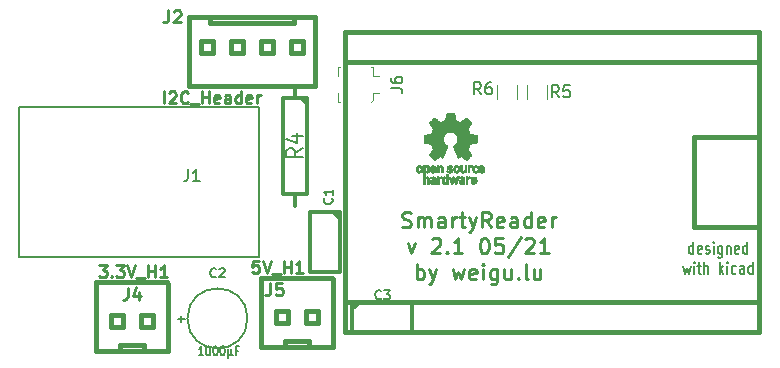
<source format=gbr>
%TF.GenerationSoftware,KiCad,Pcbnew,5.1.9+dfsg1-1*%
%TF.CreationDate,2021-05-22T16:02:53+02:00*%
%TF.ProjectId,smartyreader_ng_lora,736d6172-7479-4726-9561-6465725f6e67,rev?*%
%TF.SameCoordinates,Original*%
%TF.FileFunction,Legend,Top*%
%TF.FilePolarity,Positive*%
%FSLAX46Y46*%
G04 Gerber Fmt 4.6, Leading zero omitted, Abs format (unit mm)*
G04 Created by KiCad (PCBNEW 5.1.9+dfsg1-1) date 2021-05-22 16:02:53*
%MOMM*%
%LPD*%
G01*
G04 APERTURE LIST*
%ADD10C,0.200000*%
%ADD11C,0.250000*%
%ADD12C,0.304800*%
%ADD13C,0.127000*%
%ADD14C,0.120000*%
%ADD15C,0.381000*%
%ADD16C,0.150000*%
%ADD17C,0.010000*%
%ADD18C,0.190500*%
%ADD19C,0.203200*%
%ADD20C,0.250190*%
G04 APERTURE END LIST*
D10*
X151682714Y-125459380D02*
X151682714Y-124459380D01*
X151682714Y-125411761D02*
X151606523Y-125459380D01*
X151454142Y-125459380D01*
X151377952Y-125411761D01*
X151339857Y-125364142D01*
X151301761Y-125268904D01*
X151301761Y-124983190D01*
X151339857Y-124887952D01*
X151377952Y-124840333D01*
X151454142Y-124792714D01*
X151606523Y-124792714D01*
X151682714Y-124840333D01*
X152368428Y-125411761D02*
X152292238Y-125459380D01*
X152139857Y-125459380D01*
X152063666Y-125411761D01*
X152025571Y-125316523D01*
X152025571Y-124935571D01*
X152063666Y-124840333D01*
X152139857Y-124792714D01*
X152292238Y-124792714D01*
X152368428Y-124840333D01*
X152406523Y-124935571D01*
X152406523Y-125030809D01*
X152025571Y-125126047D01*
X152711285Y-125411761D02*
X152787476Y-125459380D01*
X152939857Y-125459380D01*
X153016047Y-125411761D01*
X153054142Y-125316523D01*
X153054142Y-125268904D01*
X153016047Y-125173666D01*
X152939857Y-125126047D01*
X152825571Y-125126047D01*
X152749380Y-125078428D01*
X152711285Y-124983190D01*
X152711285Y-124935571D01*
X152749380Y-124840333D01*
X152825571Y-124792714D01*
X152939857Y-124792714D01*
X153016047Y-124840333D01*
X153397000Y-125459380D02*
X153397000Y-124792714D01*
X153397000Y-124459380D02*
X153358904Y-124507000D01*
X153397000Y-124554619D01*
X153435095Y-124507000D01*
X153397000Y-124459380D01*
X153397000Y-124554619D01*
X154120809Y-124792714D02*
X154120809Y-125602238D01*
X154082714Y-125697476D01*
X154044619Y-125745095D01*
X153968428Y-125792714D01*
X153854142Y-125792714D01*
X153777952Y-125745095D01*
X154120809Y-125411761D02*
X154044619Y-125459380D01*
X153892238Y-125459380D01*
X153816047Y-125411761D01*
X153777952Y-125364142D01*
X153739857Y-125268904D01*
X153739857Y-124983190D01*
X153777952Y-124887952D01*
X153816047Y-124840333D01*
X153892238Y-124792714D01*
X154044619Y-124792714D01*
X154120809Y-124840333D01*
X154501761Y-124792714D02*
X154501761Y-125459380D01*
X154501761Y-124887952D02*
X154539857Y-124840333D01*
X154616047Y-124792714D01*
X154730333Y-124792714D01*
X154806523Y-124840333D01*
X154844619Y-124935571D01*
X154844619Y-125459380D01*
X155530333Y-125411761D02*
X155454142Y-125459380D01*
X155301761Y-125459380D01*
X155225571Y-125411761D01*
X155187476Y-125316523D01*
X155187476Y-124935571D01*
X155225571Y-124840333D01*
X155301761Y-124792714D01*
X155454142Y-124792714D01*
X155530333Y-124840333D01*
X155568428Y-124935571D01*
X155568428Y-125030809D01*
X155187476Y-125126047D01*
X156254142Y-125459380D02*
X156254142Y-124459380D01*
X156254142Y-125411761D02*
X156177952Y-125459380D01*
X156025571Y-125459380D01*
X155949380Y-125411761D01*
X155911285Y-125364142D01*
X155873190Y-125268904D01*
X155873190Y-124983190D01*
X155911285Y-124887952D01*
X155949380Y-124840333D01*
X156025571Y-124792714D01*
X156177952Y-124792714D01*
X156254142Y-124840333D01*
X150825571Y-126492714D02*
X150977952Y-127159380D01*
X151130333Y-126683190D01*
X151282714Y-127159380D01*
X151435095Y-126492714D01*
X151739857Y-127159380D02*
X151739857Y-126492714D01*
X151739857Y-126159380D02*
X151701761Y-126207000D01*
X151739857Y-126254619D01*
X151777952Y-126207000D01*
X151739857Y-126159380D01*
X151739857Y-126254619D01*
X152006523Y-126492714D02*
X152311285Y-126492714D01*
X152120809Y-126159380D02*
X152120809Y-127016523D01*
X152158904Y-127111761D01*
X152235095Y-127159380D01*
X152311285Y-127159380D01*
X152577952Y-127159380D02*
X152577952Y-126159380D01*
X152920809Y-127159380D02*
X152920809Y-126635571D01*
X152882714Y-126540333D01*
X152806523Y-126492714D01*
X152692238Y-126492714D01*
X152616047Y-126540333D01*
X152577952Y-126587952D01*
X153911285Y-127159380D02*
X153911285Y-126159380D01*
X153987476Y-126778428D02*
X154216047Y-127159380D01*
X154216047Y-126492714D02*
X153911285Y-126873666D01*
X154558904Y-127159380D02*
X154558904Y-126492714D01*
X154558904Y-126159380D02*
X154520809Y-126207000D01*
X154558904Y-126254619D01*
X154597000Y-126207000D01*
X154558904Y-126159380D01*
X154558904Y-126254619D01*
X155282714Y-127111761D02*
X155206523Y-127159380D01*
X155054142Y-127159380D01*
X154977952Y-127111761D01*
X154939857Y-127064142D01*
X154901761Y-126968904D01*
X154901761Y-126683190D01*
X154939857Y-126587952D01*
X154977952Y-126540333D01*
X155054142Y-126492714D01*
X155206523Y-126492714D01*
X155282714Y-126540333D01*
X155968428Y-127159380D02*
X155968428Y-126635571D01*
X155930333Y-126540333D01*
X155854142Y-126492714D01*
X155701761Y-126492714D01*
X155625571Y-126540333D01*
X155968428Y-127111761D02*
X155892238Y-127159380D01*
X155701761Y-127159380D01*
X155625571Y-127111761D01*
X155587476Y-127016523D01*
X155587476Y-126921285D01*
X155625571Y-126826047D01*
X155701761Y-126778428D01*
X155892238Y-126778428D01*
X155968428Y-126730809D01*
X156692238Y-127159380D02*
X156692238Y-126159380D01*
X156692238Y-127111761D02*
X156616047Y-127159380D01*
X156463666Y-127159380D01*
X156387476Y-127111761D01*
X156349380Y-127064142D01*
X156311285Y-126968904D01*
X156311285Y-126683190D01*
X156349380Y-126587952D01*
X156387476Y-126540333D01*
X156463666Y-126492714D01*
X156616047Y-126492714D01*
X156692238Y-126540333D01*
D11*
X127038904Y-123167190D02*
X127224619Y-123229095D01*
X127534142Y-123229095D01*
X127657952Y-123167190D01*
X127719857Y-123105285D01*
X127781761Y-122981476D01*
X127781761Y-122857666D01*
X127719857Y-122733857D01*
X127657952Y-122671952D01*
X127534142Y-122610047D01*
X127286523Y-122548142D01*
X127162714Y-122486238D01*
X127100809Y-122424333D01*
X127038904Y-122300523D01*
X127038904Y-122176714D01*
X127100809Y-122052904D01*
X127162714Y-121991000D01*
X127286523Y-121929095D01*
X127596047Y-121929095D01*
X127781761Y-121991000D01*
X128338904Y-123229095D02*
X128338904Y-122362428D01*
X128338904Y-122486238D02*
X128400809Y-122424333D01*
X128524619Y-122362428D01*
X128710333Y-122362428D01*
X128834142Y-122424333D01*
X128896047Y-122548142D01*
X128896047Y-123229095D01*
X128896047Y-122548142D02*
X128957952Y-122424333D01*
X129081761Y-122362428D01*
X129267476Y-122362428D01*
X129391285Y-122424333D01*
X129453190Y-122548142D01*
X129453190Y-123229095D01*
X130629380Y-123229095D02*
X130629380Y-122548142D01*
X130567476Y-122424333D01*
X130443666Y-122362428D01*
X130196047Y-122362428D01*
X130072238Y-122424333D01*
X130629380Y-123167190D02*
X130505571Y-123229095D01*
X130196047Y-123229095D01*
X130072238Y-123167190D01*
X130010333Y-123043380D01*
X130010333Y-122919571D01*
X130072238Y-122795761D01*
X130196047Y-122733857D01*
X130505571Y-122733857D01*
X130629380Y-122671952D01*
X131248428Y-123229095D02*
X131248428Y-122362428D01*
X131248428Y-122610047D02*
X131310333Y-122486238D01*
X131372238Y-122424333D01*
X131496047Y-122362428D01*
X131619857Y-122362428D01*
X131867476Y-122362428D02*
X132362714Y-122362428D01*
X132053190Y-121929095D02*
X132053190Y-123043380D01*
X132115095Y-123167190D01*
X132238904Y-123229095D01*
X132362714Y-123229095D01*
X132672238Y-122362428D02*
X132981761Y-123229095D01*
X133291285Y-122362428D02*
X132981761Y-123229095D01*
X132857952Y-123538619D01*
X132796047Y-123600523D01*
X132672238Y-123662428D01*
X134529380Y-123229095D02*
X134096047Y-122610047D01*
X133786523Y-123229095D02*
X133786523Y-121929095D01*
X134281761Y-121929095D01*
X134405571Y-121991000D01*
X134467476Y-122052904D01*
X134529380Y-122176714D01*
X134529380Y-122362428D01*
X134467476Y-122486238D01*
X134405571Y-122548142D01*
X134281761Y-122610047D01*
X133786523Y-122610047D01*
X135581761Y-123167190D02*
X135457952Y-123229095D01*
X135210333Y-123229095D01*
X135086523Y-123167190D01*
X135024619Y-123043380D01*
X135024619Y-122548142D01*
X135086523Y-122424333D01*
X135210333Y-122362428D01*
X135457952Y-122362428D01*
X135581761Y-122424333D01*
X135643666Y-122548142D01*
X135643666Y-122671952D01*
X135024619Y-122795761D01*
X136757952Y-123229095D02*
X136757952Y-122548142D01*
X136696047Y-122424333D01*
X136572238Y-122362428D01*
X136324619Y-122362428D01*
X136200809Y-122424333D01*
X136757952Y-123167190D02*
X136634142Y-123229095D01*
X136324619Y-123229095D01*
X136200809Y-123167190D01*
X136138904Y-123043380D01*
X136138904Y-122919571D01*
X136200809Y-122795761D01*
X136324619Y-122733857D01*
X136634142Y-122733857D01*
X136757952Y-122671952D01*
X137934142Y-123229095D02*
X137934142Y-121929095D01*
X137934142Y-123167190D02*
X137810333Y-123229095D01*
X137562714Y-123229095D01*
X137438904Y-123167190D01*
X137377000Y-123105285D01*
X137315095Y-122981476D01*
X137315095Y-122610047D01*
X137377000Y-122486238D01*
X137438904Y-122424333D01*
X137562714Y-122362428D01*
X137810333Y-122362428D01*
X137934142Y-122424333D01*
X139048428Y-123167190D02*
X138924619Y-123229095D01*
X138677000Y-123229095D01*
X138553190Y-123167190D01*
X138491285Y-123043380D01*
X138491285Y-122548142D01*
X138553190Y-122424333D01*
X138677000Y-122362428D01*
X138924619Y-122362428D01*
X139048428Y-122424333D01*
X139110333Y-122548142D01*
X139110333Y-122671952D01*
X138491285Y-122795761D01*
X139667476Y-123229095D02*
X139667476Y-122362428D01*
X139667476Y-122610047D02*
X139729380Y-122486238D01*
X139791285Y-122424333D01*
X139915095Y-122362428D01*
X140038904Y-122362428D01*
X127472238Y-124562428D02*
X127781761Y-125429095D01*
X128091285Y-124562428D01*
X129515095Y-124252904D02*
X129577000Y-124191000D01*
X129700809Y-124129095D01*
X130010333Y-124129095D01*
X130134142Y-124191000D01*
X130196047Y-124252904D01*
X130257952Y-124376714D01*
X130257952Y-124500523D01*
X130196047Y-124686238D01*
X129453190Y-125429095D01*
X130257952Y-125429095D01*
X130815095Y-125305285D02*
X130877000Y-125367190D01*
X130815095Y-125429095D01*
X130753190Y-125367190D01*
X130815095Y-125305285D01*
X130815095Y-125429095D01*
X132115095Y-125429095D02*
X131372238Y-125429095D01*
X131743666Y-125429095D02*
X131743666Y-124129095D01*
X131619857Y-124314809D01*
X131496047Y-124438619D01*
X131372238Y-124500523D01*
X133910333Y-124129095D02*
X134034142Y-124129095D01*
X134157952Y-124191000D01*
X134219857Y-124252904D01*
X134281761Y-124376714D01*
X134343666Y-124624333D01*
X134343666Y-124933857D01*
X134281761Y-125181476D01*
X134219857Y-125305285D01*
X134157952Y-125367190D01*
X134034142Y-125429095D01*
X133910333Y-125429095D01*
X133786523Y-125367190D01*
X133724619Y-125305285D01*
X133662714Y-125181476D01*
X133600809Y-124933857D01*
X133600809Y-124624333D01*
X133662714Y-124376714D01*
X133724619Y-124252904D01*
X133786523Y-124191000D01*
X133910333Y-124129095D01*
X135519857Y-124129095D02*
X134900809Y-124129095D01*
X134838904Y-124748142D01*
X134900809Y-124686238D01*
X135024619Y-124624333D01*
X135334142Y-124624333D01*
X135457952Y-124686238D01*
X135519857Y-124748142D01*
X135581761Y-124871952D01*
X135581761Y-125181476D01*
X135519857Y-125305285D01*
X135457952Y-125367190D01*
X135334142Y-125429095D01*
X135024619Y-125429095D01*
X134900809Y-125367190D01*
X134838904Y-125305285D01*
X137067476Y-124067190D02*
X135953190Y-125738619D01*
X137438904Y-124252904D02*
X137500809Y-124191000D01*
X137624619Y-124129095D01*
X137934142Y-124129095D01*
X138057952Y-124191000D01*
X138119857Y-124252904D01*
X138181761Y-124376714D01*
X138181761Y-124500523D01*
X138119857Y-124686238D01*
X137377000Y-125429095D01*
X138181761Y-125429095D01*
X139419857Y-125429095D02*
X138677000Y-125429095D01*
X139048428Y-125429095D02*
X139048428Y-124129095D01*
X138924619Y-124314809D01*
X138800809Y-124438619D01*
X138677000Y-124500523D01*
X128246047Y-127629095D02*
X128246047Y-126329095D01*
X128246047Y-126824333D02*
X128369857Y-126762428D01*
X128617476Y-126762428D01*
X128741285Y-126824333D01*
X128803190Y-126886238D01*
X128865095Y-127010047D01*
X128865095Y-127381476D01*
X128803190Y-127505285D01*
X128741285Y-127567190D01*
X128617476Y-127629095D01*
X128369857Y-127629095D01*
X128246047Y-127567190D01*
X129298428Y-126762428D02*
X129607952Y-127629095D01*
X129917476Y-126762428D02*
X129607952Y-127629095D01*
X129484142Y-127938619D01*
X129422238Y-128000523D01*
X129298428Y-128062428D01*
X131279380Y-126762428D02*
X131527000Y-127629095D01*
X131774619Y-127010047D01*
X132022238Y-127629095D01*
X132269857Y-126762428D01*
X133260333Y-127567190D02*
X133136523Y-127629095D01*
X132888904Y-127629095D01*
X132765095Y-127567190D01*
X132703190Y-127443380D01*
X132703190Y-126948142D01*
X132765095Y-126824333D01*
X132888904Y-126762428D01*
X133136523Y-126762428D01*
X133260333Y-126824333D01*
X133322238Y-126948142D01*
X133322238Y-127071952D01*
X132703190Y-127195761D01*
X133879380Y-127629095D02*
X133879380Y-126762428D01*
X133879380Y-126329095D02*
X133817476Y-126391000D01*
X133879380Y-126452904D01*
X133941285Y-126391000D01*
X133879380Y-126329095D01*
X133879380Y-126452904D01*
X135055571Y-126762428D02*
X135055571Y-127814809D01*
X134993666Y-127938619D01*
X134931761Y-128000523D01*
X134807952Y-128062428D01*
X134622238Y-128062428D01*
X134498428Y-128000523D01*
X135055571Y-127567190D02*
X134931761Y-127629095D01*
X134684142Y-127629095D01*
X134560333Y-127567190D01*
X134498428Y-127505285D01*
X134436523Y-127381476D01*
X134436523Y-127010047D01*
X134498428Y-126886238D01*
X134560333Y-126824333D01*
X134684142Y-126762428D01*
X134931761Y-126762428D01*
X135055571Y-126824333D01*
X136231761Y-126762428D02*
X136231761Y-127629095D01*
X135674619Y-126762428D02*
X135674619Y-127443380D01*
X135736523Y-127567190D01*
X135860333Y-127629095D01*
X136046047Y-127629095D01*
X136169857Y-127567190D01*
X136231761Y-127505285D01*
X136850809Y-127505285D02*
X136912714Y-127567190D01*
X136850809Y-127629095D01*
X136788904Y-127567190D01*
X136850809Y-127505285D01*
X136850809Y-127629095D01*
X137655571Y-127629095D02*
X137531761Y-127567190D01*
X137469857Y-127443380D01*
X137469857Y-126329095D01*
X138707952Y-126762428D02*
X138707952Y-127629095D01*
X138150809Y-126762428D02*
X138150809Y-127443380D01*
X138212714Y-127567190D01*
X138336523Y-127629095D01*
X138522238Y-127629095D01*
X138646047Y-127567190D01*
X138707952Y-127505285D01*
D12*
%TO.C,C3*%
X122809000Y-130175000D02*
X123444000Y-129540000D01*
X122809000Y-132080000D02*
X122809000Y-129540000D01*
X127889000Y-132080000D02*
X122809000Y-132080000D01*
X127889000Y-129540000D02*
X127889000Y-132080000D01*
X122859800Y-129540000D02*
X127889000Y-129540000D01*
%TO.C,C1*%
X121158000Y-121920000D02*
X121793000Y-122555000D01*
X119253000Y-121920000D02*
X121793000Y-121920000D01*
X119253000Y-127000000D02*
X119253000Y-121920000D01*
X121793000Y-127000000D02*
X119253000Y-127000000D01*
X121793000Y-121970800D02*
X121793000Y-127000000D01*
D13*
%TO.C,C2*%
X113922173Y-130937000D02*
G75*
G03*
X113922173Y-130937000I-2543173J0D01*
G01*
D12*
%TO.C,R4*%
X117983000Y-121412000D02*
X117983000Y-120396000D01*
X118491000Y-112268000D02*
X118999000Y-112776000D01*
X116967000Y-112268000D02*
X117983000Y-112268000D01*
X116967000Y-120396000D02*
X116967000Y-112268000D01*
X118999000Y-120396000D02*
X116967000Y-120396000D01*
X118999000Y-112268000D02*
X118999000Y-120396000D01*
X117983000Y-112268000D02*
X118999000Y-112268000D01*
X117983000Y-111252000D02*
X117983000Y-112268000D01*
D14*
%TO.C,J6*%
X124587000Y-110425000D02*
X125087000Y-110425000D01*
X124587000Y-111825000D02*
X125087000Y-111825000D01*
X124587000Y-111825000D02*
X124587000Y-112425000D01*
X124587000Y-112425000D02*
X124387000Y-112625000D01*
X124387000Y-109625000D02*
X124587000Y-109625000D01*
X124587000Y-109625000D02*
X124587000Y-110425000D01*
X121587000Y-110425000D02*
X121587000Y-109625000D01*
X121587000Y-109625000D02*
X121787000Y-109625000D01*
X121787000Y-112625000D02*
X121587000Y-112625000D01*
X121587000Y-112625000D02*
X121587000Y-111825000D01*
D15*
%TO.C,W1*%
X157210000Y-109220000D02*
X122190000Y-109220000D01*
X157210000Y-129540000D02*
X122190000Y-129540000D01*
X157210000Y-132080000D02*
X122200000Y-132080000D01*
X122174000Y-132080000D02*
X122174000Y-106680000D01*
X122190000Y-106680000D02*
X157210000Y-106680000D01*
X157226000Y-106680000D02*
X157226000Y-132080000D01*
X157099000Y-115570000D02*
X151859000Y-115570000D01*
X151765000Y-115570000D02*
X151765000Y-123190000D01*
X151859000Y-123190000D02*
X157099000Y-123190000D01*
%TO.C,J2*%
X110998000Y-108458000D02*
X110998000Y-107442000D01*
X110998000Y-107442000D02*
X109982000Y-107442000D01*
X109982000Y-107442000D02*
X109982000Y-108458000D01*
X109982000Y-108458000D02*
X110998000Y-108458000D01*
X113538000Y-108458000D02*
X113538000Y-107442000D01*
X113538000Y-107442000D02*
X112522000Y-107442000D01*
X112522000Y-107442000D02*
X112522000Y-108458000D01*
X112522000Y-108458000D02*
X113538000Y-108458000D01*
X116078000Y-108458000D02*
X115062000Y-108458000D01*
X115062000Y-108458000D02*
X115062000Y-107442000D01*
X115062000Y-107442000D02*
X116078000Y-107442000D01*
X116078000Y-108458000D02*
X116078000Y-107442000D01*
X118618000Y-108458000D02*
X118618000Y-107442000D01*
X118618000Y-107442000D02*
X117602000Y-107442000D01*
X117602000Y-107442000D02*
X117602000Y-108458000D01*
X117602000Y-108458000D02*
X118618000Y-108458000D01*
X117856000Y-105410000D02*
X117856000Y-105918000D01*
X117856000Y-105918000D02*
X110744000Y-105918000D01*
X110744000Y-105918000D02*
X110744000Y-105410000D01*
X108966000Y-110744000D02*
X108966000Y-105410000D01*
X108966000Y-105410000D02*
X119634000Y-105410000D01*
X119634000Y-105410000D02*
X119634000Y-111252000D01*
X119634000Y-111252000D02*
X108966000Y-111252000D01*
X108966000Y-111252000D02*
X108966000Y-110744000D01*
%TO.C,J4*%
X104902000Y-130683000D02*
X105918000Y-130683000D01*
X105918000Y-130683000D02*
X105918000Y-131699000D01*
X105918000Y-131699000D02*
X104902000Y-131699000D01*
X104902000Y-130683000D02*
X104902000Y-131699000D01*
X102362000Y-130683000D02*
X102362000Y-131699000D01*
X102362000Y-131699000D02*
X103378000Y-131699000D01*
X103378000Y-131699000D02*
X103378000Y-130683000D01*
X103378000Y-130683000D02*
X102362000Y-130683000D01*
X103124000Y-133731000D02*
X103124000Y-133223000D01*
X103124000Y-133223000D02*
X105140000Y-133223000D01*
X105156000Y-133223000D02*
X105156000Y-133731000D01*
X107188000Y-127991000D02*
X107188000Y-133731000D01*
X107140000Y-133731000D02*
X101140000Y-133731000D01*
X101092000Y-133731000D02*
X101092000Y-127889000D01*
X101140000Y-127889000D02*
X107140000Y-127889000D01*
%TO.C,J5*%
X115110000Y-127508000D02*
X121110000Y-127508000D01*
X115062000Y-133350000D02*
X115062000Y-127508000D01*
X121110000Y-133350000D02*
X115110000Y-133350000D01*
X121158000Y-127610000D02*
X121158000Y-133350000D01*
X119126000Y-132842000D02*
X119126000Y-133350000D01*
X117094000Y-132842000D02*
X119110000Y-132842000D01*
X117094000Y-133350000D02*
X117094000Y-132842000D01*
X117348000Y-130302000D02*
X116332000Y-130302000D01*
X117348000Y-131318000D02*
X117348000Y-130302000D01*
X116332000Y-131318000D02*
X117348000Y-131318000D01*
X116332000Y-130302000D02*
X116332000Y-131318000D01*
X118872000Y-130302000D02*
X118872000Y-131318000D01*
X119888000Y-131318000D02*
X118872000Y-131318000D01*
X119888000Y-130302000D02*
X119888000Y-131318000D01*
X118872000Y-130302000D02*
X119888000Y-130302000D01*
D14*
%TO.C,R5*%
X139310000Y-111160000D02*
X139310000Y-112360000D01*
X137550000Y-112360000D02*
X137550000Y-111160000D01*
%TO.C,R6*%
X136770000Y-111160000D02*
X136770000Y-112360000D01*
X135010000Y-112360000D02*
X135010000Y-111160000D01*
D16*
%TO.C,J1*%
X94615000Y-125730000D02*
X94615000Y-113665000D01*
X114935000Y-125730000D02*
X94615000Y-125730000D01*
X114935000Y-113030000D02*
X114935000Y-125730000D01*
X94615000Y-113030000D02*
X94615000Y-113665000D01*
X114935000Y-113030000D02*
X94615000Y-113030000D01*
D17*
%TO.C,LOGO?2*%
G36*
X131456001Y-113808712D02*
G01*
X131512849Y-114110264D01*
X131932375Y-114283206D01*
X132184021Y-114112089D01*
X132254495Y-114064444D01*
X132318200Y-114021904D01*
X132372163Y-113986409D01*
X132413410Y-113959904D01*
X132438971Y-113944330D01*
X132445932Y-113940972D01*
X132458472Y-113949608D01*
X132485268Y-113973486D01*
X132523317Y-114009553D01*
X132569616Y-114054761D01*
X132621160Y-114106058D01*
X132674946Y-114160395D01*
X132727972Y-114214722D01*
X132777232Y-114265989D01*
X132819724Y-114311145D01*
X132852444Y-114347140D01*
X132872388Y-114370924D01*
X132877156Y-114378884D01*
X132870294Y-114393559D01*
X132851057Y-114425708D01*
X132821467Y-114472186D01*
X132783547Y-114529850D01*
X132739319Y-114595554D01*
X132713691Y-114633030D01*
X132666978Y-114701462D01*
X132625469Y-114763214D01*
X132591177Y-114815213D01*
X132566117Y-114854386D01*
X132552301Y-114877659D01*
X132550225Y-114882549D01*
X132554932Y-114896449D01*
X132567760Y-114928844D01*
X132586775Y-114975179D01*
X132610040Y-115030900D01*
X132635621Y-115091452D01*
X132661582Y-115152280D01*
X132685987Y-115208830D01*
X132706900Y-115256546D01*
X132722386Y-115290875D01*
X132730509Y-115307262D01*
X132730989Y-115307906D01*
X132743744Y-115311035D01*
X132777714Y-115318015D01*
X132829377Y-115328161D01*
X132895213Y-115340786D01*
X132971701Y-115355203D01*
X133016327Y-115363517D01*
X133098058Y-115379078D01*
X133171880Y-115393886D01*
X133234058Y-115407130D01*
X133280859Y-115417999D01*
X133308546Y-115425683D01*
X133314111Y-115428121D01*
X133319563Y-115444624D01*
X133323961Y-115481894D01*
X133327309Y-115535574D01*
X133329611Y-115601306D01*
X133330869Y-115674731D01*
X133331085Y-115751490D01*
X133330264Y-115827226D01*
X133328408Y-115897580D01*
X133325519Y-115958194D01*
X133321602Y-116004710D01*
X133316659Y-116032769D01*
X133313694Y-116038610D01*
X133295971Y-116045611D01*
X133258418Y-116055621D01*
X133206001Y-116067463D01*
X133143689Y-116079961D01*
X133121937Y-116084004D01*
X133017061Y-116103214D01*
X132934217Y-116118685D01*
X132870667Y-116131031D01*
X132823674Y-116140867D01*
X132790500Y-116148808D01*
X132768408Y-116155470D01*
X132754661Y-116161467D01*
X132746521Y-116167413D01*
X132745382Y-116168588D01*
X132734014Y-116187520D01*
X132716672Y-116224363D01*
X132695087Y-116274607D01*
X132670991Y-116333740D01*
X132646116Y-116397250D01*
X132622194Y-116460626D01*
X132600956Y-116519356D01*
X132584134Y-116568929D01*
X132573459Y-116604833D01*
X132570664Y-116622556D01*
X132570897Y-116623177D01*
X132580368Y-116637664D01*
X132601855Y-116669538D01*
X132633100Y-116715483D01*
X132671844Y-116772179D01*
X132715830Y-116836311D01*
X132728356Y-116854536D01*
X132773021Y-116920608D01*
X132812325Y-116980894D01*
X132844125Y-117031929D01*
X132866282Y-117070254D01*
X132876654Y-117092405D01*
X132877156Y-117095126D01*
X132868442Y-117109430D01*
X132844362Y-117137766D01*
X132808013Y-117177090D01*
X132762490Y-117224355D01*
X132710889Y-117276517D01*
X132656304Y-117330529D01*
X132601831Y-117383347D01*
X132550566Y-117431925D01*
X132505604Y-117473217D01*
X132470041Y-117504179D01*
X132446972Y-117521764D01*
X132440591Y-117524635D01*
X132425736Y-117517872D01*
X132395323Y-117499633D01*
X132354305Y-117472991D01*
X132322746Y-117451546D01*
X132265562Y-117412197D01*
X132197843Y-117365865D01*
X132129917Y-117319607D01*
X132093398Y-117294849D01*
X131969789Y-117211241D01*
X131866028Y-117267344D01*
X131818757Y-117291922D01*
X131778560Y-117311025D01*
X131751363Y-117321921D01*
X131744439Y-117323437D01*
X131736114Y-117312243D01*
X131719691Y-117280611D01*
X131696394Y-117231459D01*
X131667451Y-117167704D01*
X131634087Y-117092265D01*
X131597528Y-117008058D01*
X131559001Y-116918002D01*
X131519731Y-116825015D01*
X131480945Y-116732014D01*
X131443867Y-116641917D01*
X131409726Y-116557642D01*
X131379745Y-116482107D01*
X131355153Y-116418228D01*
X131337173Y-116368925D01*
X131327034Y-116337115D01*
X131325403Y-116326190D01*
X131338328Y-116312255D01*
X131366626Y-116289634D01*
X131404383Y-116263027D01*
X131407552Y-116260922D01*
X131505137Y-116182808D01*
X131583823Y-116091676D01*
X131642928Y-115990439D01*
X131681769Y-115882012D01*
X131699665Y-115769308D01*
X131695934Y-115655242D01*
X131669894Y-115542728D01*
X131620862Y-115434679D01*
X131606437Y-115411039D01*
X131531406Y-115315581D01*
X131442767Y-115238926D01*
X131343586Y-115181474D01*
X131236932Y-115143623D01*
X131125873Y-115125772D01*
X131013476Y-115128319D01*
X130902810Y-115151664D01*
X130796943Y-115196204D01*
X130698942Y-115262339D01*
X130668627Y-115289181D01*
X130591475Y-115373206D01*
X130535255Y-115461660D01*
X130496690Y-115560809D01*
X130475211Y-115658997D01*
X130469909Y-115769391D01*
X130487589Y-115880334D01*
X130526456Y-115988075D01*
X130584714Y-116088863D01*
X130660568Y-116178950D01*
X130752220Y-116254586D01*
X130764265Y-116262558D01*
X130802426Y-116288668D01*
X130831436Y-116311289D01*
X130845305Y-116325733D01*
X130845506Y-116326190D01*
X130842529Y-116341815D01*
X130830726Y-116377276D01*
X130811323Y-116429656D01*
X130785549Y-116496039D01*
X130754628Y-116573508D01*
X130719788Y-116659144D01*
X130682254Y-116750031D01*
X130643254Y-116843253D01*
X130604014Y-116935891D01*
X130565761Y-117025029D01*
X130529720Y-117107749D01*
X130497120Y-117181135D01*
X130469185Y-117242269D01*
X130447142Y-117288235D01*
X130432219Y-117316115D01*
X130426209Y-117323437D01*
X130407846Y-117317735D01*
X130373485Y-117302443D01*
X130329053Y-117280293D01*
X130304620Y-117267344D01*
X130200859Y-117211241D01*
X130077250Y-117294849D01*
X130014151Y-117337681D01*
X129945067Y-117384816D01*
X129880330Y-117429197D01*
X129847903Y-117451546D01*
X129802296Y-117482171D01*
X129763677Y-117506441D01*
X129737085Y-117521281D01*
X129728447Y-117524418D01*
X129715876Y-117515955D01*
X129688053Y-117492330D01*
X129647676Y-117455996D01*
X129597442Y-117409405D01*
X129540049Y-117355011D01*
X129503751Y-117320086D01*
X129440247Y-117257690D01*
X129385364Y-117201882D01*
X129341323Y-117155048D01*
X129310342Y-117119576D01*
X129294639Y-117097855D01*
X129293132Y-117093446D01*
X129300123Y-117076679D01*
X129319443Y-117042776D01*
X129348946Y-116995170D01*
X129386492Y-116937293D01*
X129429937Y-116872578D01*
X129442292Y-116854536D01*
X129487310Y-116788961D01*
X129527697Y-116729922D01*
X129561197Y-116680736D01*
X129585551Y-116644722D01*
X129598501Y-116625196D01*
X129599752Y-116623177D01*
X129597881Y-116607616D01*
X129587950Y-116573403D01*
X129571690Y-116525049D01*
X129550832Y-116467065D01*
X129527110Y-116403964D01*
X129502253Y-116340257D01*
X129477995Y-116280455D01*
X129456066Y-116229070D01*
X129438199Y-116190613D01*
X129426124Y-116169596D01*
X129425266Y-116168588D01*
X129417883Y-116162582D01*
X129405412Y-116156642D01*
X129385117Y-116150154D01*
X129354259Y-116142503D01*
X129310103Y-116133074D01*
X129249911Y-116121253D01*
X129170944Y-116106423D01*
X129070467Y-116087971D01*
X129048712Y-116084004D01*
X128984235Y-116071547D01*
X128928026Y-116059360D01*
X128885050Y-116048620D01*
X128860277Y-116040503D01*
X128856955Y-116038610D01*
X128851481Y-116021832D01*
X128847031Y-115984339D01*
X128843609Y-115930488D01*
X128841218Y-115864638D01*
X128839860Y-115791147D01*
X128839538Y-115714374D01*
X128840256Y-115638677D01*
X128842016Y-115568414D01*
X128844821Y-115507944D01*
X128848675Y-115461624D01*
X128853580Y-115433813D01*
X128856537Y-115428121D01*
X128873000Y-115422380D01*
X128910486Y-115413039D01*
X128965262Y-115400909D01*
X129033592Y-115386801D01*
X129111743Y-115371524D01*
X129154321Y-115363517D01*
X129235108Y-115348415D01*
X129307150Y-115334734D01*
X129366926Y-115323161D01*
X129410916Y-115314381D01*
X129435598Y-115309081D01*
X129439660Y-115307906D01*
X129446526Y-115294659D01*
X129461039Y-115262751D01*
X129481266Y-115216741D01*
X129505271Y-115161186D01*
X129531119Y-115100647D01*
X129556877Y-115039680D01*
X129580610Y-114982845D01*
X129600383Y-114934700D01*
X129614261Y-114899804D01*
X129620311Y-114882715D01*
X129620423Y-114881968D01*
X129613565Y-114868487D01*
X129594339Y-114837464D01*
X129564765Y-114791983D01*
X129526864Y-114735126D01*
X129482657Y-114669977D01*
X129456958Y-114632556D01*
X129410130Y-114563941D01*
X129368538Y-114501646D01*
X129334212Y-114448823D01*
X129309180Y-114408621D01*
X129295472Y-114384194D01*
X129293493Y-114378718D01*
X129302003Y-114365972D01*
X129325530Y-114338757D01*
X129361069Y-114300122D01*
X129405614Y-114253117D01*
X129456160Y-114200789D01*
X129509701Y-114146189D01*
X129563232Y-114092364D01*
X129613748Y-114042364D01*
X129658243Y-113999237D01*
X129693712Y-113966033D01*
X129717150Y-113945800D01*
X129724991Y-113940972D01*
X129737757Y-113947761D01*
X129768293Y-113966836D01*
X129813627Y-113996255D01*
X129870793Y-114034075D01*
X129936821Y-114078355D01*
X129986627Y-114112089D01*
X130238273Y-114283206D01*
X130448036Y-114196735D01*
X130657800Y-114110264D01*
X130714648Y-113808712D01*
X130771497Y-113507160D01*
X131399152Y-113507160D01*
X131456001Y-113808712D01*
G37*
X131456001Y-113808712D02*
X131512849Y-114110264D01*
X131932375Y-114283206D01*
X132184021Y-114112089D01*
X132254495Y-114064444D01*
X132318200Y-114021904D01*
X132372163Y-113986409D01*
X132413410Y-113959904D01*
X132438971Y-113944330D01*
X132445932Y-113940972D01*
X132458472Y-113949608D01*
X132485268Y-113973486D01*
X132523317Y-114009553D01*
X132569616Y-114054761D01*
X132621160Y-114106058D01*
X132674946Y-114160395D01*
X132727972Y-114214722D01*
X132777232Y-114265989D01*
X132819724Y-114311145D01*
X132852444Y-114347140D01*
X132872388Y-114370924D01*
X132877156Y-114378884D01*
X132870294Y-114393559D01*
X132851057Y-114425708D01*
X132821467Y-114472186D01*
X132783547Y-114529850D01*
X132739319Y-114595554D01*
X132713691Y-114633030D01*
X132666978Y-114701462D01*
X132625469Y-114763214D01*
X132591177Y-114815213D01*
X132566117Y-114854386D01*
X132552301Y-114877659D01*
X132550225Y-114882549D01*
X132554932Y-114896449D01*
X132567760Y-114928844D01*
X132586775Y-114975179D01*
X132610040Y-115030900D01*
X132635621Y-115091452D01*
X132661582Y-115152280D01*
X132685987Y-115208830D01*
X132706900Y-115256546D01*
X132722386Y-115290875D01*
X132730509Y-115307262D01*
X132730989Y-115307906D01*
X132743744Y-115311035D01*
X132777714Y-115318015D01*
X132829377Y-115328161D01*
X132895213Y-115340786D01*
X132971701Y-115355203D01*
X133016327Y-115363517D01*
X133098058Y-115379078D01*
X133171880Y-115393886D01*
X133234058Y-115407130D01*
X133280859Y-115417999D01*
X133308546Y-115425683D01*
X133314111Y-115428121D01*
X133319563Y-115444624D01*
X133323961Y-115481894D01*
X133327309Y-115535574D01*
X133329611Y-115601306D01*
X133330869Y-115674731D01*
X133331085Y-115751490D01*
X133330264Y-115827226D01*
X133328408Y-115897580D01*
X133325519Y-115958194D01*
X133321602Y-116004710D01*
X133316659Y-116032769D01*
X133313694Y-116038610D01*
X133295971Y-116045611D01*
X133258418Y-116055621D01*
X133206001Y-116067463D01*
X133143689Y-116079961D01*
X133121937Y-116084004D01*
X133017061Y-116103214D01*
X132934217Y-116118685D01*
X132870667Y-116131031D01*
X132823674Y-116140867D01*
X132790500Y-116148808D01*
X132768408Y-116155470D01*
X132754661Y-116161467D01*
X132746521Y-116167413D01*
X132745382Y-116168588D01*
X132734014Y-116187520D01*
X132716672Y-116224363D01*
X132695087Y-116274607D01*
X132670991Y-116333740D01*
X132646116Y-116397250D01*
X132622194Y-116460626D01*
X132600956Y-116519356D01*
X132584134Y-116568929D01*
X132573459Y-116604833D01*
X132570664Y-116622556D01*
X132570897Y-116623177D01*
X132580368Y-116637664D01*
X132601855Y-116669538D01*
X132633100Y-116715483D01*
X132671844Y-116772179D01*
X132715830Y-116836311D01*
X132728356Y-116854536D01*
X132773021Y-116920608D01*
X132812325Y-116980894D01*
X132844125Y-117031929D01*
X132866282Y-117070254D01*
X132876654Y-117092405D01*
X132877156Y-117095126D01*
X132868442Y-117109430D01*
X132844362Y-117137766D01*
X132808013Y-117177090D01*
X132762490Y-117224355D01*
X132710889Y-117276517D01*
X132656304Y-117330529D01*
X132601831Y-117383347D01*
X132550566Y-117431925D01*
X132505604Y-117473217D01*
X132470041Y-117504179D01*
X132446972Y-117521764D01*
X132440591Y-117524635D01*
X132425736Y-117517872D01*
X132395323Y-117499633D01*
X132354305Y-117472991D01*
X132322746Y-117451546D01*
X132265562Y-117412197D01*
X132197843Y-117365865D01*
X132129917Y-117319607D01*
X132093398Y-117294849D01*
X131969789Y-117211241D01*
X131866028Y-117267344D01*
X131818757Y-117291922D01*
X131778560Y-117311025D01*
X131751363Y-117321921D01*
X131744439Y-117323437D01*
X131736114Y-117312243D01*
X131719691Y-117280611D01*
X131696394Y-117231459D01*
X131667451Y-117167704D01*
X131634087Y-117092265D01*
X131597528Y-117008058D01*
X131559001Y-116918002D01*
X131519731Y-116825015D01*
X131480945Y-116732014D01*
X131443867Y-116641917D01*
X131409726Y-116557642D01*
X131379745Y-116482107D01*
X131355153Y-116418228D01*
X131337173Y-116368925D01*
X131327034Y-116337115D01*
X131325403Y-116326190D01*
X131338328Y-116312255D01*
X131366626Y-116289634D01*
X131404383Y-116263027D01*
X131407552Y-116260922D01*
X131505137Y-116182808D01*
X131583823Y-116091676D01*
X131642928Y-115990439D01*
X131681769Y-115882012D01*
X131699665Y-115769308D01*
X131695934Y-115655242D01*
X131669894Y-115542728D01*
X131620862Y-115434679D01*
X131606437Y-115411039D01*
X131531406Y-115315581D01*
X131442767Y-115238926D01*
X131343586Y-115181474D01*
X131236932Y-115143623D01*
X131125873Y-115125772D01*
X131013476Y-115128319D01*
X130902810Y-115151664D01*
X130796943Y-115196204D01*
X130698942Y-115262339D01*
X130668627Y-115289181D01*
X130591475Y-115373206D01*
X130535255Y-115461660D01*
X130496690Y-115560809D01*
X130475211Y-115658997D01*
X130469909Y-115769391D01*
X130487589Y-115880334D01*
X130526456Y-115988075D01*
X130584714Y-116088863D01*
X130660568Y-116178950D01*
X130752220Y-116254586D01*
X130764265Y-116262558D01*
X130802426Y-116288668D01*
X130831436Y-116311289D01*
X130845305Y-116325733D01*
X130845506Y-116326190D01*
X130842529Y-116341815D01*
X130830726Y-116377276D01*
X130811323Y-116429656D01*
X130785549Y-116496039D01*
X130754628Y-116573508D01*
X130719788Y-116659144D01*
X130682254Y-116750031D01*
X130643254Y-116843253D01*
X130604014Y-116935891D01*
X130565761Y-117025029D01*
X130529720Y-117107749D01*
X130497120Y-117181135D01*
X130469185Y-117242269D01*
X130447142Y-117288235D01*
X130432219Y-117316115D01*
X130426209Y-117323437D01*
X130407846Y-117317735D01*
X130373485Y-117302443D01*
X130329053Y-117280293D01*
X130304620Y-117267344D01*
X130200859Y-117211241D01*
X130077250Y-117294849D01*
X130014151Y-117337681D01*
X129945067Y-117384816D01*
X129880330Y-117429197D01*
X129847903Y-117451546D01*
X129802296Y-117482171D01*
X129763677Y-117506441D01*
X129737085Y-117521281D01*
X129728447Y-117524418D01*
X129715876Y-117515955D01*
X129688053Y-117492330D01*
X129647676Y-117455996D01*
X129597442Y-117409405D01*
X129540049Y-117355011D01*
X129503751Y-117320086D01*
X129440247Y-117257690D01*
X129385364Y-117201882D01*
X129341323Y-117155048D01*
X129310342Y-117119576D01*
X129294639Y-117097855D01*
X129293132Y-117093446D01*
X129300123Y-117076679D01*
X129319443Y-117042776D01*
X129348946Y-116995170D01*
X129386492Y-116937293D01*
X129429937Y-116872578D01*
X129442292Y-116854536D01*
X129487310Y-116788961D01*
X129527697Y-116729922D01*
X129561197Y-116680736D01*
X129585551Y-116644722D01*
X129598501Y-116625196D01*
X129599752Y-116623177D01*
X129597881Y-116607616D01*
X129587950Y-116573403D01*
X129571690Y-116525049D01*
X129550832Y-116467065D01*
X129527110Y-116403964D01*
X129502253Y-116340257D01*
X129477995Y-116280455D01*
X129456066Y-116229070D01*
X129438199Y-116190613D01*
X129426124Y-116169596D01*
X129425266Y-116168588D01*
X129417883Y-116162582D01*
X129405412Y-116156642D01*
X129385117Y-116150154D01*
X129354259Y-116142503D01*
X129310103Y-116133074D01*
X129249911Y-116121253D01*
X129170944Y-116106423D01*
X129070467Y-116087971D01*
X129048712Y-116084004D01*
X128984235Y-116071547D01*
X128928026Y-116059360D01*
X128885050Y-116048620D01*
X128860277Y-116040503D01*
X128856955Y-116038610D01*
X128851481Y-116021832D01*
X128847031Y-115984339D01*
X128843609Y-115930488D01*
X128841218Y-115864638D01*
X128839860Y-115791147D01*
X128839538Y-115714374D01*
X128840256Y-115638677D01*
X128842016Y-115568414D01*
X128844821Y-115507944D01*
X128848675Y-115461624D01*
X128853580Y-115433813D01*
X128856537Y-115428121D01*
X128873000Y-115422380D01*
X128910486Y-115413039D01*
X128965262Y-115400909D01*
X129033592Y-115386801D01*
X129111743Y-115371524D01*
X129154321Y-115363517D01*
X129235108Y-115348415D01*
X129307150Y-115334734D01*
X129366926Y-115323161D01*
X129410916Y-115314381D01*
X129435598Y-115309081D01*
X129439660Y-115307906D01*
X129446526Y-115294659D01*
X129461039Y-115262751D01*
X129481266Y-115216741D01*
X129505271Y-115161186D01*
X129531119Y-115100647D01*
X129556877Y-115039680D01*
X129580610Y-114982845D01*
X129600383Y-114934700D01*
X129614261Y-114899804D01*
X129620311Y-114882715D01*
X129620423Y-114881968D01*
X129613565Y-114868487D01*
X129594339Y-114837464D01*
X129564765Y-114791983D01*
X129526864Y-114735126D01*
X129482657Y-114669977D01*
X129456958Y-114632556D01*
X129410130Y-114563941D01*
X129368538Y-114501646D01*
X129334212Y-114448823D01*
X129309180Y-114408621D01*
X129295472Y-114384194D01*
X129293493Y-114378718D01*
X129302003Y-114365972D01*
X129325530Y-114338757D01*
X129361069Y-114300122D01*
X129405614Y-114253117D01*
X129456160Y-114200789D01*
X129509701Y-114146189D01*
X129563232Y-114092364D01*
X129613748Y-114042364D01*
X129658243Y-113999237D01*
X129693712Y-113966033D01*
X129717150Y-113945800D01*
X129724991Y-113940972D01*
X129737757Y-113947761D01*
X129768293Y-113966836D01*
X129813627Y-113996255D01*
X129870793Y-114034075D01*
X129936821Y-114078355D01*
X129986627Y-114112089D01*
X130238273Y-114283206D01*
X130448036Y-114196735D01*
X130657800Y-114110264D01*
X130714648Y-113808712D01*
X130771497Y-113507160D01*
X131399152Y-113507160D01*
X131456001Y-113808712D01*
G36*
X132878497Y-117976724D02*
G01*
X132921748Y-117989939D01*
X132949595Y-118006635D01*
X132958666Y-118019839D01*
X132956169Y-118035491D01*
X132939968Y-118060079D01*
X132926269Y-118077494D01*
X132898029Y-118108977D01*
X132876812Y-118122223D01*
X132858725Y-118121358D01*
X132805072Y-118107704D01*
X132765667Y-118108324D01*
X132733669Y-118123798D01*
X132722927Y-118132855D01*
X132688542Y-118164721D01*
X132688542Y-118580873D01*
X132550225Y-118580873D01*
X132550225Y-117977308D01*
X132619384Y-117977308D01*
X132660906Y-117978950D01*
X132682328Y-117984781D01*
X132688539Y-117996155D01*
X132688542Y-117996492D01*
X132691476Y-118008407D01*
X132704741Y-118006853D01*
X132723121Y-117998257D01*
X132761083Y-117982262D01*
X132791909Y-117972639D01*
X132831573Y-117970172D01*
X132878497Y-117976724D01*
G37*
X132878497Y-117976724D02*
X132921748Y-117989939D01*
X132949595Y-118006635D01*
X132958666Y-118019839D01*
X132956169Y-118035491D01*
X132939968Y-118060079D01*
X132926269Y-118077494D01*
X132898029Y-118108977D01*
X132876812Y-118122223D01*
X132858725Y-118121358D01*
X132805072Y-118107704D01*
X132765667Y-118108324D01*
X132733669Y-118123798D01*
X132722927Y-118132855D01*
X132688542Y-118164721D01*
X132688542Y-118580873D01*
X132550225Y-118580873D01*
X132550225Y-117977308D01*
X132619384Y-117977308D01*
X132660906Y-117978950D01*
X132682328Y-117984781D01*
X132688539Y-117996155D01*
X132688542Y-117996492D01*
X132691476Y-118008407D01*
X132704741Y-118006853D01*
X132723121Y-117998257D01*
X132761083Y-117982262D01*
X132791909Y-117972639D01*
X132831573Y-117970172D01*
X132878497Y-117976724D01*
G36*
X130325025Y-117987696D02*
G01*
X130356320Y-118002644D01*
X130386628Y-118024235D01*
X130409719Y-118049085D01*
X130426537Y-118080781D01*
X130438031Y-118122908D01*
X130445146Y-118179052D01*
X130448830Y-118252800D01*
X130450029Y-118347738D01*
X130450048Y-118357679D01*
X130450324Y-118580873D01*
X130312007Y-118580873D01*
X130312007Y-118375112D01*
X130311909Y-118298883D01*
X130311228Y-118243633D01*
X130309386Y-118205195D01*
X130305804Y-118179400D01*
X130299905Y-118162078D01*
X130291110Y-118149062D01*
X130278857Y-118136201D01*
X130235990Y-118108567D01*
X130189194Y-118103439D01*
X130144613Y-118120911D01*
X130129109Y-118133915D01*
X130117727Y-118146141D01*
X130109556Y-118159234D01*
X130104063Y-118177309D01*
X130100717Y-118204481D01*
X130098986Y-118244864D01*
X130098340Y-118302573D01*
X130098245Y-118372826D01*
X130098245Y-118580873D01*
X129959928Y-118580873D01*
X129959928Y-117977308D01*
X130029087Y-117977308D01*
X130070609Y-117978950D01*
X130092031Y-117984781D01*
X130098242Y-117996155D01*
X130098245Y-117996492D01*
X130101127Y-118007632D01*
X130113838Y-118006368D01*
X130139111Y-117994128D01*
X130196432Y-117976118D01*
X130262000Y-117974115D01*
X130325025Y-117987696D01*
G37*
X130325025Y-117987696D02*
X130356320Y-118002644D01*
X130386628Y-118024235D01*
X130409719Y-118049085D01*
X130426537Y-118080781D01*
X130438031Y-118122908D01*
X130445146Y-118179052D01*
X130448830Y-118252800D01*
X130450029Y-118347738D01*
X130450048Y-118357679D01*
X130450324Y-118580873D01*
X130312007Y-118580873D01*
X130312007Y-118375112D01*
X130311909Y-118298883D01*
X130311228Y-118243633D01*
X130309386Y-118205195D01*
X130305804Y-118179400D01*
X130299905Y-118162078D01*
X130291110Y-118149062D01*
X130278857Y-118136201D01*
X130235990Y-118108567D01*
X130189194Y-118103439D01*
X130144613Y-118120911D01*
X130129109Y-118133915D01*
X130117727Y-118146141D01*
X130109556Y-118159234D01*
X130104063Y-118177309D01*
X130100717Y-118204481D01*
X130098986Y-118244864D01*
X130098340Y-118302573D01*
X130098245Y-118372826D01*
X130098245Y-118580873D01*
X129959928Y-118580873D01*
X129959928Y-117977308D01*
X130029087Y-117977308D01*
X130070609Y-117978950D01*
X130092031Y-117984781D01*
X130098242Y-117996155D01*
X130098245Y-117996492D01*
X130101127Y-118007632D01*
X130113838Y-118006368D01*
X130139111Y-117994128D01*
X130196432Y-117976118D01*
X130262000Y-117974115D01*
X130325025Y-117987696D01*
G36*
X133756935Y-117975151D02*
G01*
X133789133Y-117982973D01*
X133850862Y-118011615D01*
X133903647Y-118055361D01*
X133940178Y-118107811D01*
X133945197Y-118119587D01*
X133952082Y-118150434D01*
X133956901Y-118196065D01*
X133958542Y-118242186D01*
X133958542Y-118329387D01*
X133776215Y-118329387D01*
X133701016Y-118329672D01*
X133648040Y-118331398D01*
X133614362Y-118335875D01*
X133597057Y-118344414D01*
X133593200Y-118358324D01*
X133599866Y-118378916D01*
X133611807Y-118403009D01*
X133645117Y-118443219D01*
X133691405Y-118463252D01*
X133747981Y-118462599D01*
X133812068Y-118440795D01*
X133867454Y-118413887D01*
X133913412Y-118450226D01*
X133959370Y-118486566D01*
X133916133Y-118526513D01*
X133858411Y-118564257D01*
X133787423Y-118587014D01*
X133711066Y-118593382D01*
X133637236Y-118581962D01*
X133625324Y-118578087D01*
X133560436Y-118544200D01*
X133512167Y-118493680D01*
X133479502Y-118425019D01*
X133461422Y-118336708D01*
X133461212Y-118334815D01*
X133459593Y-118238572D01*
X133466137Y-118204236D01*
X133593889Y-118204236D01*
X133605621Y-118209516D01*
X133637475Y-118213561D01*
X133684434Y-118215870D01*
X133714191Y-118216219D01*
X133769685Y-118216000D01*
X133804383Y-118214610D01*
X133822638Y-118210945D01*
X133828803Y-118203904D01*
X133827232Y-118192384D01*
X133825915Y-118187927D01*
X133803419Y-118146049D01*
X133768040Y-118112298D01*
X133736817Y-118097467D01*
X133695338Y-118098362D01*
X133653306Y-118116858D01*
X133618049Y-118147480D01*
X133596891Y-118184756D01*
X133593889Y-118204236D01*
X133466137Y-118204236D01*
X133475727Y-118153923D01*
X133507735Y-118082885D01*
X133553738Y-118027473D01*
X133611858Y-117989703D01*
X133680217Y-117971590D01*
X133756935Y-117975151D01*
G37*
X133756935Y-117975151D02*
X133789133Y-117982973D01*
X133850862Y-118011615D01*
X133903647Y-118055361D01*
X133940178Y-118107811D01*
X133945197Y-118119587D01*
X133952082Y-118150434D01*
X133956901Y-118196065D01*
X133958542Y-118242186D01*
X133958542Y-118329387D01*
X133776215Y-118329387D01*
X133701016Y-118329672D01*
X133648040Y-118331398D01*
X133614362Y-118335875D01*
X133597057Y-118344414D01*
X133593200Y-118358324D01*
X133599866Y-118378916D01*
X133611807Y-118403009D01*
X133645117Y-118443219D01*
X133691405Y-118463252D01*
X133747981Y-118462599D01*
X133812068Y-118440795D01*
X133867454Y-118413887D01*
X133913412Y-118450226D01*
X133959370Y-118486566D01*
X133916133Y-118526513D01*
X133858411Y-118564257D01*
X133787423Y-118587014D01*
X133711066Y-118593382D01*
X133637236Y-118581962D01*
X133625324Y-118578087D01*
X133560436Y-118544200D01*
X133512167Y-118493680D01*
X133479502Y-118425019D01*
X133461422Y-118336708D01*
X133461212Y-118334815D01*
X133459593Y-118238572D01*
X133466137Y-118204236D01*
X133593889Y-118204236D01*
X133605621Y-118209516D01*
X133637475Y-118213561D01*
X133684434Y-118215870D01*
X133714191Y-118216219D01*
X133769685Y-118216000D01*
X133804383Y-118214610D01*
X133822638Y-118210945D01*
X133828803Y-118203904D01*
X133827232Y-118192384D01*
X133825915Y-118187927D01*
X133803419Y-118146049D01*
X133768040Y-118112298D01*
X133736817Y-118097467D01*
X133695338Y-118098362D01*
X133653306Y-118116858D01*
X133618049Y-118147480D01*
X133596891Y-118184756D01*
X133593889Y-118204236D01*
X133466137Y-118204236D01*
X133475727Y-118153923D01*
X133507735Y-118082885D01*
X133553738Y-118027473D01*
X133611858Y-117989703D01*
X133680217Y-117971590D01*
X133756935Y-117975151D01*
G36*
X133296263Y-117982574D02*
G01*
X133369117Y-118013524D01*
X133392064Y-118028589D01*
X133421391Y-118051742D01*
X133439801Y-118069947D01*
X133442998Y-118075877D01*
X133433972Y-118089034D01*
X133410874Y-118111361D01*
X133392381Y-118126944D01*
X133341765Y-118167620D01*
X133301797Y-118133989D01*
X133270911Y-118112278D01*
X133240796Y-118104784D01*
X133206329Y-118106614D01*
X133151598Y-118120222D01*
X133113923Y-118148466D01*
X133091028Y-118194127D01*
X133080634Y-118259983D01*
X133080632Y-118260025D01*
X133081531Y-118333633D01*
X133095500Y-118387640D01*
X133123365Y-118424410D01*
X133142362Y-118436862D01*
X133192813Y-118452367D01*
X133246700Y-118452377D01*
X133293583Y-118437332D01*
X133304681Y-118429981D01*
X133332513Y-118411205D01*
X133354273Y-118408128D01*
X133377741Y-118422103D01*
X133403686Y-118447204D01*
X133444753Y-118489574D01*
X133399158Y-118527158D01*
X133328711Y-118569576D01*
X133249270Y-118590479D01*
X133166252Y-118588966D01*
X133111731Y-118575105D01*
X133048007Y-118540829D01*
X132997042Y-118486906D01*
X132973888Y-118448843D01*
X132955136Y-118394230D01*
X132945752Y-118325063D01*
X132945680Y-118250101D01*
X132954861Y-118178103D01*
X132973236Y-118117831D01*
X132976130Y-118111652D01*
X133018989Y-118051045D01*
X133077016Y-118006918D01*
X133145628Y-117980187D01*
X133220238Y-117971767D01*
X133296263Y-117982574D01*
G37*
X133296263Y-117982574D02*
X133369117Y-118013524D01*
X133392064Y-118028589D01*
X133421391Y-118051742D01*
X133439801Y-118069947D01*
X133442998Y-118075877D01*
X133433972Y-118089034D01*
X133410874Y-118111361D01*
X133392381Y-118126944D01*
X133341765Y-118167620D01*
X133301797Y-118133989D01*
X133270911Y-118112278D01*
X133240796Y-118104784D01*
X133206329Y-118106614D01*
X133151598Y-118120222D01*
X133113923Y-118148466D01*
X133091028Y-118194127D01*
X133080634Y-118259983D01*
X133080632Y-118260025D01*
X133081531Y-118333633D01*
X133095500Y-118387640D01*
X133123365Y-118424410D01*
X133142362Y-118436862D01*
X133192813Y-118452367D01*
X133246700Y-118452377D01*
X133293583Y-118437332D01*
X133304681Y-118429981D01*
X133332513Y-118411205D01*
X133354273Y-118408128D01*
X133377741Y-118422103D01*
X133403686Y-118447204D01*
X133444753Y-118489574D01*
X133399158Y-118527158D01*
X133328711Y-118569576D01*
X133249270Y-118590479D01*
X133166252Y-118588966D01*
X133111731Y-118575105D01*
X133048007Y-118540829D01*
X132997042Y-118486906D01*
X132973888Y-118448843D01*
X132955136Y-118394230D01*
X132945752Y-118325063D01*
X132945680Y-118250101D01*
X132954861Y-118178103D01*
X132973236Y-118117831D01*
X132976130Y-118111652D01*
X133018989Y-118051045D01*
X133077016Y-118006918D01*
X133145628Y-117980187D01*
X133220238Y-117971767D01*
X133296263Y-117982574D01*
G36*
X132072404Y-118173036D02*
G01*
X132073592Y-118265257D01*
X132077934Y-118335304D01*
X132086595Y-118386075D01*
X132100741Y-118420466D01*
X132121537Y-118441373D01*
X132150147Y-118451694D01*
X132185572Y-118454330D01*
X132222673Y-118451376D01*
X132250855Y-118440583D01*
X132271280Y-118419054D01*
X132285116Y-118383893D01*
X132293528Y-118332204D01*
X132297680Y-118261088D01*
X132298740Y-118173036D01*
X132298740Y-117977308D01*
X132437057Y-117977308D01*
X132437057Y-118580873D01*
X132367899Y-118580873D01*
X132326207Y-118579183D01*
X132304738Y-118573250D01*
X132298740Y-118561987D01*
X132295128Y-118551955D01*
X132280751Y-118554077D01*
X132251773Y-118568274D01*
X132185356Y-118590174D01*
X132114912Y-118588622D01*
X132047414Y-118564841D01*
X132015270Y-118546056D01*
X131990752Y-118525716D01*
X131972841Y-118500267D01*
X131960516Y-118466152D01*
X131952760Y-118419815D01*
X131948553Y-118357701D01*
X131946877Y-118276255D01*
X131946661Y-118213272D01*
X131946661Y-117977308D01*
X132072404Y-117977308D01*
X132072404Y-118173036D01*
G37*
X132072404Y-118173036D02*
X132073592Y-118265257D01*
X132077934Y-118335304D01*
X132086595Y-118386075D01*
X132100741Y-118420466D01*
X132121537Y-118441373D01*
X132150147Y-118451694D01*
X132185572Y-118454330D01*
X132222673Y-118451376D01*
X132250855Y-118440583D01*
X132271280Y-118419054D01*
X132285116Y-118383893D01*
X132293528Y-118332204D01*
X132297680Y-118261088D01*
X132298740Y-118173036D01*
X132298740Y-117977308D01*
X132437057Y-117977308D01*
X132437057Y-118580873D01*
X132367899Y-118580873D01*
X132326207Y-118579183D01*
X132304738Y-118573250D01*
X132298740Y-118561987D01*
X132295128Y-118551955D01*
X132280751Y-118554077D01*
X132251773Y-118568274D01*
X132185356Y-118590174D01*
X132114912Y-118588622D01*
X132047414Y-118564841D01*
X132015270Y-118546056D01*
X131990752Y-118525716D01*
X131972841Y-118500267D01*
X131960516Y-118466152D01*
X131952760Y-118419815D01*
X131948553Y-118357701D01*
X131946877Y-118276255D01*
X131946661Y-118213272D01*
X131946661Y-117977308D01*
X132072404Y-117977308D01*
X132072404Y-118173036D01*
G36*
X131689799Y-117984749D02*
G01*
X131753400Y-118019386D01*
X131803160Y-118074066D01*
X131826605Y-118118536D01*
X131836671Y-118157815D01*
X131843193Y-118213810D01*
X131845988Y-118278315D01*
X131844873Y-118343123D01*
X131839663Y-118400028D01*
X131833578Y-118430421D01*
X131813051Y-118472000D01*
X131777500Y-118516162D01*
X131734656Y-118554781D01*
X131692248Y-118579728D01*
X131691214Y-118580124D01*
X131638590Y-118591025D01*
X131576225Y-118591295D01*
X131516961Y-118581370D01*
X131494077Y-118573416D01*
X131435139Y-118539994D01*
X131392927Y-118496205D01*
X131365193Y-118438232D01*
X131349688Y-118362259D01*
X131346180Y-118322465D01*
X131346627Y-118272460D01*
X131481413Y-118272460D01*
X131485954Y-118345426D01*
X131499023Y-118401028D01*
X131519793Y-118436555D01*
X131534589Y-118446714D01*
X131572501Y-118453798D01*
X131617564Y-118451701D01*
X131656524Y-118441506D01*
X131666741Y-118435898D01*
X131693696Y-118403232D01*
X131711488Y-118353239D01*
X131719061Y-118292399D01*
X131715362Y-118227191D01*
X131707094Y-118187947D01*
X131683357Y-118142499D01*
X131645886Y-118114090D01*
X131600757Y-118104267D01*
X131554048Y-118114581D01*
X131518169Y-118139806D01*
X131499314Y-118160619D01*
X131488309Y-118181133D01*
X131483063Y-118208897D01*
X131481486Y-118251456D01*
X131481413Y-118272460D01*
X131346627Y-118272460D01*
X131347131Y-118216274D01*
X131364425Y-118129195D01*
X131398066Y-118061224D01*
X131448055Y-118012358D01*
X131514393Y-117982593D01*
X131528638Y-117979142D01*
X131614247Y-117971039D01*
X131689799Y-117984749D01*
G37*
X131689799Y-117984749D02*
X131753400Y-118019386D01*
X131803160Y-118074066D01*
X131826605Y-118118536D01*
X131836671Y-118157815D01*
X131843193Y-118213810D01*
X131845988Y-118278315D01*
X131844873Y-118343123D01*
X131839663Y-118400028D01*
X131833578Y-118430421D01*
X131813051Y-118472000D01*
X131777500Y-118516162D01*
X131734656Y-118554781D01*
X131692248Y-118579728D01*
X131691214Y-118580124D01*
X131638590Y-118591025D01*
X131576225Y-118591295D01*
X131516961Y-118581370D01*
X131494077Y-118573416D01*
X131435139Y-118539994D01*
X131392927Y-118496205D01*
X131365193Y-118438232D01*
X131349688Y-118362259D01*
X131346180Y-118322465D01*
X131346627Y-118272460D01*
X131481413Y-118272460D01*
X131485954Y-118345426D01*
X131499023Y-118401028D01*
X131519793Y-118436555D01*
X131534589Y-118446714D01*
X131572501Y-118453798D01*
X131617564Y-118451701D01*
X131656524Y-118441506D01*
X131666741Y-118435898D01*
X131693696Y-118403232D01*
X131711488Y-118353239D01*
X131719061Y-118292399D01*
X131715362Y-118227191D01*
X131707094Y-118187947D01*
X131683357Y-118142499D01*
X131645886Y-118114090D01*
X131600757Y-118104267D01*
X131554048Y-118114581D01*
X131518169Y-118139806D01*
X131499314Y-118160619D01*
X131488309Y-118181133D01*
X131483063Y-118208897D01*
X131481486Y-118251456D01*
X131481413Y-118272460D01*
X131346627Y-118272460D01*
X131347131Y-118216274D01*
X131364425Y-118129195D01*
X131398066Y-118061224D01*
X131448055Y-118012358D01*
X131514393Y-117982593D01*
X131528638Y-117979142D01*
X131614247Y-117971039D01*
X131689799Y-117984749D01*
G36*
X131093054Y-117975146D02*
G01*
X131140671Y-117984176D01*
X131190071Y-118003064D01*
X131195349Y-118005471D01*
X131232811Y-118025170D01*
X131258754Y-118043475D01*
X131267140Y-118055202D01*
X131259154Y-118074326D01*
X131239757Y-118102544D01*
X131231147Y-118113078D01*
X131195665Y-118154541D01*
X131149922Y-118127552D01*
X131106387Y-118109572D01*
X131056087Y-118099961D01*
X131007849Y-118099354D01*
X130970504Y-118108385D01*
X130961542Y-118114021D01*
X130944474Y-118139865D01*
X130942400Y-118169635D01*
X130955171Y-118192891D01*
X130962725Y-118197402D01*
X130985362Y-118203003D01*
X131025152Y-118209586D01*
X131074203Y-118215877D01*
X131083252Y-118216864D01*
X131162033Y-118230492D01*
X131219173Y-118253640D01*
X131257067Y-118288446D01*
X131278116Y-118337048D01*
X131284672Y-118396412D01*
X131275614Y-118463892D01*
X131246201Y-118516882D01*
X131196315Y-118555477D01*
X131125837Y-118579775D01*
X131047602Y-118589361D01*
X130983803Y-118589246D01*
X130932053Y-118580539D01*
X130896710Y-118568519D01*
X130852054Y-118547574D01*
X130810784Y-118523268D01*
X130796116Y-118512570D01*
X130758394Y-118481778D01*
X130803889Y-118435743D01*
X130849384Y-118389707D01*
X130901109Y-118423937D01*
X130952989Y-118449646D01*
X131008388Y-118463093D01*
X131061642Y-118464512D01*
X131107086Y-118454137D01*
X131139053Y-118432201D01*
X131149375Y-118413692D01*
X131147826Y-118384008D01*
X131122177Y-118361309D01*
X131072497Y-118345634D01*
X131018068Y-118338389D01*
X130934301Y-118324567D01*
X130872070Y-118298490D01*
X130830544Y-118259393D01*
X130808890Y-118206514D01*
X130805890Y-118143820D01*
X130820708Y-118078336D01*
X130854491Y-118028838D01*
X130907542Y-117995102D01*
X130980163Y-117976901D01*
X131033965Y-117973333D01*
X131093054Y-117975146D01*
G37*
X131093054Y-117975146D02*
X131140671Y-117984176D01*
X131190071Y-118003064D01*
X131195349Y-118005471D01*
X131232811Y-118025170D01*
X131258754Y-118043475D01*
X131267140Y-118055202D01*
X131259154Y-118074326D01*
X131239757Y-118102544D01*
X131231147Y-118113078D01*
X131195665Y-118154541D01*
X131149922Y-118127552D01*
X131106387Y-118109572D01*
X131056087Y-118099961D01*
X131007849Y-118099354D01*
X130970504Y-118108385D01*
X130961542Y-118114021D01*
X130944474Y-118139865D01*
X130942400Y-118169635D01*
X130955171Y-118192891D01*
X130962725Y-118197402D01*
X130985362Y-118203003D01*
X131025152Y-118209586D01*
X131074203Y-118215877D01*
X131083252Y-118216864D01*
X131162033Y-118230492D01*
X131219173Y-118253640D01*
X131257067Y-118288446D01*
X131278116Y-118337048D01*
X131284672Y-118396412D01*
X131275614Y-118463892D01*
X131246201Y-118516882D01*
X131196315Y-118555477D01*
X131125837Y-118579775D01*
X131047602Y-118589361D01*
X130983803Y-118589246D01*
X130932053Y-118580539D01*
X130896710Y-118568519D01*
X130852054Y-118547574D01*
X130810784Y-118523268D01*
X130796116Y-118512570D01*
X130758394Y-118481778D01*
X130803889Y-118435743D01*
X130849384Y-118389707D01*
X130901109Y-118423937D01*
X130952989Y-118449646D01*
X131008388Y-118463093D01*
X131061642Y-118464512D01*
X131107086Y-118454137D01*
X131139053Y-118432201D01*
X131149375Y-118413692D01*
X131147826Y-118384008D01*
X131122177Y-118361309D01*
X131072497Y-118345634D01*
X131018068Y-118338389D01*
X130934301Y-118324567D01*
X130872070Y-118298490D01*
X130830544Y-118259393D01*
X130808890Y-118206514D01*
X130805890Y-118143820D01*
X130820708Y-118078336D01*
X130854491Y-118028838D01*
X130907542Y-117995102D01*
X130980163Y-117976901D01*
X131033965Y-117973333D01*
X131093054Y-117975146D01*
G36*
X129722338Y-117991308D02*
G01*
X129734869Y-117997208D01*
X129778238Y-118028977D01*
X129819247Y-118075340D01*
X129849869Y-118126390D01*
X129858578Y-118149860D01*
X129866525Y-118191785D01*
X129871263Y-118242451D01*
X129871838Y-118263373D01*
X129871908Y-118329387D01*
X129491954Y-118329387D01*
X129500054Y-118363967D01*
X129519933Y-118404864D01*
X129554690Y-118440208D01*
X129596039Y-118462976D01*
X129622388Y-118467704D01*
X129658121Y-118461967D01*
X129700755Y-118447576D01*
X129715238Y-118440956D01*
X129768797Y-118414207D01*
X129814504Y-118449070D01*
X129840879Y-118472649D01*
X129854913Y-118492111D01*
X129855623Y-118497823D01*
X129843086Y-118511667D01*
X129815609Y-118532706D01*
X129790671Y-118549119D01*
X129723373Y-118578624D01*
X129647927Y-118591978D01*
X129573149Y-118588506D01*
X129513542Y-118570357D01*
X129452096Y-118531478D01*
X129408429Y-118480289D01*
X129381111Y-118414061D01*
X129368715Y-118330065D01*
X129367616Y-118291630D01*
X129372015Y-118203555D01*
X129372555Y-118200993D01*
X129498455Y-118200993D01*
X129501922Y-118209252D01*
X129516174Y-118213807D01*
X129545567Y-118215759D01*
X129594462Y-118216211D01*
X129613289Y-118216219D01*
X129670570Y-118215537D01*
X129706896Y-118213058D01*
X129726433Y-118208137D01*
X129733347Y-118200128D01*
X129733592Y-118197556D01*
X129725701Y-118177117D01*
X129705952Y-118148483D01*
X129697462Y-118138457D01*
X129665943Y-118110102D01*
X129633088Y-118098953D01*
X129615386Y-118098021D01*
X129567498Y-118109675D01*
X129527338Y-118140979D01*
X129501864Y-118186446D01*
X129501412Y-118187927D01*
X129498455Y-118200993D01*
X129372555Y-118200993D01*
X129386645Y-118134204D01*
X129412999Y-118078719D01*
X129445230Y-118039333D01*
X129504820Y-117996625D01*
X129574869Y-117973803D01*
X129649376Y-117971740D01*
X129722338Y-117991308D01*
G37*
X129722338Y-117991308D02*
X129734869Y-117997208D01*
X129778238Y-118028977D01*
X129819247Y-118075340D01*
X129849869Y-118126390D01*
X129858578Y-118149860D01*
X129866525Y-118191785D01*
X129871263Y-118242451D01*
X129871838Y-118263373D01*
X129871908Y-118329387D01*
X129491954Y-118329387D01*
X129500054Y-118363967D01*
X129519933Y-118404864D01*
X129554690Y-118440208D01*
X129596039Y-118462976D01*
X129622388Y-118467704D01*
X129658121Y-118461967D01*
X129700755Y-118447576D01*
X129715238Y-118440956D01*
X129768797Y-118414207D01*
X129814504Y-118449070D01*
X129840879Y-118472649D01*
X129854913Y-118492111D01*
X129855623Y-118497823D01*
X129843086Y-118511667D01*
X129815609Y-118532706D01*
X129790671Y-118549119D01*
X129723373Y-118578624D01*
X129647927Y-118591978D01*
X129573149Y-118588506D01*
X129513542Y-118570357D01*
X129452096Y-118531478D01*
X129408429Y-118480289D01*
X129381111Y-118414061D01*
X129368715Y-118330065D01*
X129367616Y-118291630D01*
X129372015Y-118203555D01*
X129372555Y-118200993D01*
X129498455Y-118200993D01*
X129501922Y-118209252D01*
X129516174Y-118213807D01*
X129545567Y-118215759D01*
X129594462Y-118216211D01*
X129613289Y-118216219D01*
X129670570Y-118215537D01*
X129706896Y-118213058D01*
X129726433Y-118208137D01*
X129733347Y-118200128D01*
X129733592Y-118197556D01*
X129725701Y-118177117D01*
X129705952Y-118148483D01*
X129697462Y-118138457D01*
X129665943Y-118110102D01*
X129633088Y-118098953D01*
X129615386Y-118098021D01*
X129567498Y-118109675D01*
X129527338Y-118140979D01*
X129501864Y-118186446D01*
X129501412Y-118187927D01*
X129498455Y-118200993D01*
X129372555Y-118200993D01*
X129386645Y-118134204D01*
X129412999Y-118078719D01*
X129445230Y-118039333D01*
X129504820Y-117996625D01*
X129574869Y-117973803D01*
X129649376Y-117971740D01*
X129722338Y-117991308D01*
G36*
X128540776Y-117983842D02*
G01*
X128606558Y-118012925D01*
X128656497Y-118061487D01*
X128690663Y-118129602D01*
X128709130Y-118217345D01*
X128710454Y-118231045D01*
X128711491Y-118327633D01*
X128698044Y-118412296D01*
X128670929Y-118480915D01*
X128656410Y-118502988D01*
X128605836Y-118549705D01*
X128541428Y-118579962D01*
X128469371Y-118592518D01*
X128395852Y-118586133D01*
X128339965Y-118566466D01*
X128291905Y-118533323D01*
X128252625Y-118489869D01*
X128251945Y-118488852D01*
X128235993Y-118462032D01*
X128225627Y-118435062D01*
X128219349Y-118401026D01*
X128215664Y-118353004D01*
X128214040Y-118313625D01*
X128213365Y-118277913D01*
X128339082Y-118277913D01*
X128340311Y-118313464D01*
X128344771Y-118360788D01*
X128352640Y-118391159D01*
X128366830Y-118412766D01*
X128380120Y-118425388D01*
X128427235Y-118451816D01*
X128476532Y-118455347D01*
X128522444Y-118436333D01*
X128545399Y-118415025D01*
X128561941Y-118393553D01*
X128571616Y-118373007D01*
X128575863Y-118346268D01*
X128576117Y-118306217D01*
X128574809Y-118269332D01*
X128571994Y-118216641D01*
X128567532Y-118182466D01*
X128559489Y-118160174D01*
X128545934Y-118143136D01*
X128535192Y-118133397D01*
X128490260Y-118107817D01*
X128441788Y-118106541D01*
X128401143Y-118121693D01*
X128366470Y-118153336D01*
X128345813Y-118205314D01*
X128339082Y-118277913D01*
X128213365Y-118277913D01*
X128212558Y-118235315D01*
X128215089Y-118176750D01*
X128222675Y-118132701D01*
X128236356Y-118097942D01*
X128257172Y-118067245D01*
X128264890Y-118058130D01*
X128313148Y-118012715D01*
X128364909Y-117986187D01*
X128428209Y-117975073D01*
X128459076Y-117974165D01*
X128540776Y-117983842D01*
G37*
X128540776Y-117983842D02*
X128606558Y-118012925D01*
X128656497Y-118061487D01*
X128690663Y-118129602D01*
X128709130Y-118217345D01*
X128710454Y-118231045D01*
X128711491Y-118327633D01*
X128698044Y-118412296D01*
X128670929Y-118480915D01*
X128656410Y-118502988D01*
X128605836Y-118549705D01*
X128541428Y-118579962D01*
X128469371Y-118592518D01*
X128395852Y-118586133D01*
X128339965Y-118566466D01*
X128291905Y-118533323D01*
X128252625Y-118489869D01*
X128251945Y-118488852D01*
X128235993Y-118462032D01*
X128225627Y-118435062D01*
X128219349Y-118401026D01*
X128215664Y-118353004D01*
X128214040Y-118313625D01*
X128213365Y-118277913D01*
X128339082Y-118277913D01*
X128340311Y-118313464D01*
X128344771Y-118360788D01*
X128352640Y-118391159D01*
X128366830Y-118412766D01*
X128380120Y-118425388D01*
X128427235Y-118451816D01*
X128476532Y-118455347D01*
X128522444Y-118436333D01*
X128545399Y-118415025D01*
X128561941Y-118393553D01*
X128571616Y-118373007D01*
X128575863Y-118346268D01*
X128576117Y-118306217D01*
X128574809Y-118269332D01*
X128571994Y-118216641D01*
X128567532Y-118182466D01*
X128559489Y-118160174D01*
X128545934Y-118143136D01*
X128535192Y-118133397D01*
X128490260Y-118107817D01*
X128441788Y-118106541D01*
X128401143Y-118121693D01*
X128366470Y-118153336D01*
X128345813Y-118205314D01*
X128339082Y-118277913D01*
X128213365Y-118277913D01*
X128212558Y-118235315D01*
X128215089Y-118176750D01*
X128222675Y-118132701D01*
X128236356Y-118097942D01*
X128257172Y-118067245D01*
X128264890Y-118058130D01*
X128313148Y-118012715D01*
X128364909Y-117986187D01*
X128428209Y-117975073D01*
X128459076Y-117974165D01*
X128540776Y-117983842D01*
G36*
X133111618Y-118923664D02*
G01*
X133171722Y-118939291D01*
X133222058Y-118971542D01*
X133246430Y-118995634D01*
X133286382Y-119052589D01*
X133309279Y-119118659D01*
X133317145Y-119199876D01*
X133317185Y-119206442D01*
X133317255Y-119272457D01*
X132937301Y-119272457D01*
X132945400Y-119307036D01*
X132960024Y-119338353D01*
X132985618Y-119370985D01*
X132990972Y-119376194D01*
X133036980Y-119404388D01*
X133089447Y-119409169D01*
X133149840Y-119390620D01*
X133160077Y-119385625D01*
X133191476Y-119370439D01*
X133212507Y-119361788D01*
X133216176Y-119360987D01*
X133228985Y-119368757D01*
X133253415Y-119387766D01*
X133265816Y-119398154D01*
X133291513Y-119422015D01*
X133299952Y-119437771D01*
X133294095Y-119452265D01*
X133290965Y-119456228D01*
X133269762Y-119473573D01*
X133234775Y-119494653D01*
X133210374Y-119506959D01*
X133141109Y-119528640D01*
X133064425Y-119535665D01*
X132991802Y-119527341D01*
X132971463Y-119521380D01*
X132908513Y-119487646D01*
X132861852Y-119435739D01*
X132831210Y-119365153D01*
X132816319Y-119275386D01*
X132814684Y-119228447D01*
X132819458Y-119160107D01*
X132940027Y-119160107D01*
X132951689Y-119165159D01*
X132983035Y-119169123D01*
X133028608Y-119171462D01*
X133059483Y-119171863D01*
X133115018Y-119171477D01*
X133150070Y-119169669D01*
X133169299Y-119165467D01*
X133177367Y-119157897D01*
X133178938Y-119146912D01*
X133168158Y-119113075D01*
X133141017Y-119079634D01*
X133105314Y-119053966D01*
X133069597Y-119043466D01*
X133021085Y-119052780D01*
X132979090Y-119079707D01*
X132949973Y-119118521D01*
X132940027Y-119160107D01*
X132819458Y-119160107D01*
X132821636Y-119128930D01*
X132843092Y-119049643D01*
X132879507Y-118989957D01*
X132931334Y-118949243D01*
X132999027Y-118926873D01*
X133035699Y-118922565D01*
X133111618Y-118923664D01*
G37*
X133111618Y-118923664D02*
X133171722Y-118939291D01*
X133222058Y-118971542D01*
X133246430Y-118995634D01*
X133286382Y-119052589D01*
X133309279Y-119118659D01*
X133317145Y-119199876D01*
X133317185Y-119206442D01*
X133317255Y-119272457D01*
X132937301Y-119272457D01*
X132945400Y-119307036D01*
X132960024Y-119338353D01*
X132985618Y-119370985D01*
X132990972Y-119376194D01*
X133036980Y-119404388D01*
X133089447Y-119409169D01*
X133149840Y-119390620D01*
X133160077Y-119385625D01*
X133191476Y-119370439D01*
X133212507Y-119361788D01*
X133216176Y-119360987D01*
X133228985Y-119368757D01*
X133253415Y-119387766D01*
X133265816Y-119398154D01*
X133291513Y-119422015D01*
X133299952Y-119437771D01*
X133294095Y-119452265D01*
X133290965Y-119456228D01*
X133269762Y-119473573D01*
X133234775Y-119494653D01*
X133210374Y-119506959D01*
X133141109Y-119528640D01*
X133064425Y-119535665D01*
X132991802Y-119527341D01*
X132971463Y-119521380D01*
X132908513Y-119487646D01*
X132861852Y-119435739D01*
X132831210Y-119365153D01*
X132816319Y-119275386D01*
X132814684Y-119228447D01*
X132819458Y-119160107D01*
X132940027Y-119160107D01*
X132951689Y-119165159D01*
X132983035Y-119169123D01*
X133028608Y-119171462D01*
X133059483Y-119171863D01*
X133115018Y-119171477D01*
X133150070Y-119169669D01*
X133169299Y-119165467D01*
X133177367Y-119157897D01*
X133178938Y-119146912D01*
X133168158Y-119113075D01*
X133141017Y-119079634D01*
X133105314Y-119053966D01*
X133069597Y-119043466D01*
X133021085Y-119052780D01*
X132979090Y-119079707D01*
X132949973Y-119118521D01*
X132940027Y-119160107D01*
X132819458Y-119160107D01*
X132821636Y-119128930D01*
X132843092Y-119049643D01*
X132879507Y-118989957D01*
X132931334Y-118949243D01*
X132999027Y-118926873D01*
X133035699Y-118922565D01*
X133111618Y-118923664D01*
G36*
X132714292Y-118920180D02*
G01*
X132762632Y-118929709D01*
X132790151Y-118943819D01*
X132819101Y-118967262D01*
X132777913Y-119019265D01*
X132752519Y-119050758D01*
X132735275Y-119066122D01*
X132718139Y-119068470D01*
X132693064Y-119060911D01*
X132681294Y-119056635D01*
X132633307Y-119050325D01*
X132589361Y-119063850D01*
X132557097Y-119094404D01*
X132551856Y-119104146D01*
X132546149Y-119129952D01*
X132541743Y-119177511D01*
X132538848Y-119243452D01*
X132537668Y-119324404D01*
X132537651Y-119335920D01*
X132537651Y-119536516D01*
X132399334Y-119536516D01*
X132399334Y-118920377D01*
X132468493Y-118920377D01*
X132508370Y-118921419D01*
X132529144Y-118926052D01*
X132536826Y-118936543D01*
X132537651Y-118946439D01*
X132537651Y-118972500D01*
X132570782Y-118946439D01*
X132608772Y-118928659D01*
X132659807Y-118919868D01*
X132714292Y-118920180D01*
G37*
X132714292Y-118920180D02*
X132762632Y-118929709D01*
X132790151Y-118943819D01*
X132819101Y-118967262D01*
X132777913Y-119019265D01*
X132752519Y-119050758D01*
X132735275Y-119066122D01*
X132718139Y-119068470D01*
X132693064Y-119060911D01*
X132681294Y-119056635D01*
X132633307Y-119050325D01*
X132589361Y-119063850D01*
X132557097Y-119094404D01*
X132551856Y-119104146D01*
X132546149Y-119129952D01*
X132541743Y-119177511D01*
X132538848Y-119243452D01*
X132537668Y-119324404D01*
X132537651Y-119335920D01*
X132537651Y-119536516D01*
X132399334Y-119536516D01*
X132399334Y-118920377D01*
X132468493Y-118920377D01*
X132508370Y-118921419D01*
X132529144Y-118926052D01*
X132536826Y-118936543D01*
X132537651Y-118946439D01*
X132537651Y-118972500D01*
X132570782Y-118946439D01*
X132608772Y-118928659D01*
X132659807Y-118919868D01*
X132714292Y-118920180D01*
G36*
X132117448Y-118924111D02*
G01*
X132170448Y-118936984D01*
X132185768Y-118943804D01*
X132215465Y-118961668D01*
X132238257Y-118981787D01*
X132255120Y-119007656D01*
X132267035Y-119042767D01*
X132274979Y-119090614D01*
X132279931Y-119154690D01*
X132282868Y-119238488D01*
X132283984Y-119294462D01*
X132288089Y-119536516D01*
X132217969Y-119536516D01*
X132175430Y-119534732D01*
X132153513Y-119528636D01*
X132147849Y-119518400D01*
X132144858Y-119507331D01*
X132131488Y-119509448D01*
X132113270Y-119518323D01*
X132067661Y-119531927D01*
X132009044Y-119535593D01*
X131947391Y-119529597D01*
X131892675Y-119514215D01*
X131887767Y-119512080D01*
X131837760Y-119476949D01*
X131804793Y-119428113D01*
X131789624Y-119371027D01*
X131790783Y-119350518D01*
X131914545Y-119350518D01*
X131925450Y-119378119D01*
X131957782Y-119397898D01*
X132009947Y-119408513D01*
X132037824Y-119409922D01*
X132084284Y-119406314D01*
X132115166Y-119392291D01*
X132122701Y-119385625D01*
X132143113Y-119349360D01*
X132147849Y-119316467D01*
X132147849Y-119272457D01*
X132086550Y-119272457D01*
X132015293Y-119276089D01*
X131965313Y-119287512D01*
X131933733Y-119307518D01*
X131926663Y-119316437D01*
X131914545Y-119350518D01*
X131790783Y-119350518D01*
X131793008Y-119311150D01*
X131815700Y-119253938D01*
X131846661Y-119215274D01*
X131865413Y-119198558D01*
X131883770Y-119187572D01*
X131907656Y-119180874D01*
X131942994Y-119177020D01*
X131995706Y-119174567D01*
X132016614Y-119173862D01*
X132147849Y-119169573D01*
X132147657Y-119129852D01*
X132142574Y-119088099D01*
X132124199Y-119062852D01*
X132087076Y-119046724D01*
X132086080Y-119046436D01*
X132033447Y-119040094D01*
X131981943Y-119048378D01*
X131943667Y-119068521D01*
X131928309Y-119078467D01*
X131911767Y-119077091D01*
X131886312Y-119062681D01*
X131871365Y-119052511D01*
X131842128Y-119030782D01*
X131824017Y-119014494D01*
X131821111Y-119009831D01*
X131833077Y-118985699D01*
X131868433Y-118956879D01*
X131883790Y-118947155D01*
X131927938Y-118930408D01*
X131987435Y-118920921D01*
X132053524Y-118918789D01*
X132117448Y-118924111D01*
G37*
X132117448Y-118924111D02*
X132170448Y-118936984D01*
X132185768Y-118943804D01*
X132215465Y-118961668D01*
X132238257Y-118981787D01*
X132255120Y-119007656D01*
X132267035Y-119042767D01*
X132274979Y-119090614D01*
X132279931Y-119154690D01*
X132282868Y-119238488D01*
X132283984Y-119294462D01*
X132288089Y-119536516D01*
X132217969Y-119536516D01*
X132175430Y-119534732D01*
X132153513Y-119528636D01*
X132147849Y-119518400D01*
X132144858Y-119507331D01*
X132131488Y-119509448D01*
X132113270Y-119518323D01*
X132067661Y-119531927D01*
X132009044Y-119535593D01*
X131947391Y-119529597D01*
X131892675Y-119514215D01*
X131887767Y-119512080D01*
X131837760Y-119476949D01*
X131804793Y-119428113D01*
X131789624Y-119371027D01*
X131790783Y-119350518D01*
X131914545Y-119350518D01*
X131925450Y-119378119D01*
X131957782Y-119397898D01*
X132009947Y-119408513D01*
X132037824Y-119409922D01*
X132084284Y-119406314D01*
X132115166Y-119392291D01*
X132122701Y-119385625D01*
X132143113Y-119349360D01*
X132147849Y-119316467D01*
X132147849Y-119272457D01*
X132086550Y-119272457D01*
X132015293Y-119276089D01*
X131965313Y-119287512D01*
X131933733Y-119307518D01*
X131926663Y-119316437D01*
X131914545Y-119350518D01*
X131790783Y-119350518D01*
X131793008Y-119311150D01*
X131815700Y-119253938D01*
X131846661Y-119215274D01*
X131865413Y-119198558D01*
X131883770Y-119187572D01*
X131907656Y-119180874D01*
X131942994Y-119177020D01*
X131995706Y-119174567D01*
X132016614Y-119173862D01*
X132147849Y-119169573D01*
X132147657Y-119129852D01*
X132142574Y-119088099D01*
X132124199Y-119062852D01*
X132087076Y-119046724D01*
X132086080Y-119046436D01*
X132033447Y-119040094D01*
X131981943Y-119048378D01*
X131943667Y-119068521D01*
X131928309Y-119078467D01*
X131911767Y-119077091D01*
X131886312Y-119062681D01*
X131871365Y-119052511D01*
X131842128Y-119030782D01*
X131824017Y-119014494D01*
X131821111Y-119009831D01*
X131833077Y-118985699D01*
X131868433Y-118956879D01*
X131883790Y-118947155D01*
X131927938Y-118930408D01*
X131987435Y-118920921D01*
X132053524Y-118918789D01*
X132117448Y-118924111D01*
G36*
X131360561Y-118922931D02*
G01*
X131410292Y-118926665D01*
X131540328Y-119316467D01*
X131560715Y-119247308D01*
X131572983Y-119204568D01*
X131589122Y-119146809D01*
X131606549Y-119083319D01*
X131615763Y-119049264D01*
X131650425Y-118920377D01*
X131793428Y-118920377D01*
X131750683Y-119055551D01*
X131729633Y-119122036D01*
X131704204Y-119202233D01*
X131677647Y-119285887D01*
X131653939Y-119360476D01*
X131599939Y-119530229D01*
X131541635Y-119534022D01*
X131483332Y-119537816D01*
X131451716Y-119433428D01*
X131432219Y-119368583D01*
X131410941Y-119297094D01*
X131392345Y-119233957D01*
X131391611Y-119231444D01*
X131377721Y-119188663D01*
X131365466Y-119159473D01*
X131356883Y-119148435D01*
X131355119Y-119149712D01*
X131348928Y-119166824D01*
X131337165Y-119203481D01*
X131321262Y-119255072D01*
X131302651Y-119316988D01*
X131292580Y-119351046D01*
X131238044Y-119536516D01*
X131122301Y-119536516D01*
X131029774Y-119244165D01*
X131003781Y-119162156D01*
X130980103Y-119087681D01*
X130959857Y-119024238D01*
X130944163Y-118975326D01*
X130934139Y-118944443D01*
X130931092Y-118935420D01*
X130933504Y-118926181D01*
X130952445Y-118922135D01*
X130991860Y-118922540D01*
X130998030Y-118922846D01*
X131071123Y-118926665D01*
X131118994Y-119102704D01*
X131136590Y-119166905D01*
X131152314Y-119223343D01*
X131164783Y-119267116D01*
X131172611Y-119293324D01*
X131174057Y-119297597D01*
X131180051Y-119292684D01*
X131192138Y-119267226D01*
X131208930Y-119224691D01*
X131229040Y-119168544D01*
X131246040Y-119117824D01*
X131310831Y-118919198D01*
X131360561Y-118922931D01*
G37*
X131360561Y-118922931D02*
X131410292Y-118926665D01*
X131540328Y-119316467D01*
X131560715Y-119247308D01*
X131572983Y-119204568D01*
X131589122Y-119146809D01*
X131606549Y-119083319D01*
X131615763Y-119049264D01*
X131650425Y-118920377D01*
X131793428Y-118920377D01*
X131750683Y-119055551D01*
X131729633Y-119122036D01*
X131704204Y-119202233D01*
X131677647Y-119285887D01*
X131653939Y-119360476D01*
X131599939Y-119530229D01*
X131541635Y-119534022D01*
X131483332Y-119537816D01*
X131451716Y-119433428D01*
X131432219Y-119368583D01*
X131410941Y-119297094D01*
X131392345Y-119233957D01*
X131391611Y-119231444D01*
X131377721Y-119188663D01*
X131365466Y-119159473D01*
X131356883Y-119148435D01*
X131355119Y-119149712D01*
X131348928Y-119166824D01*
X131337165Y-119203481D01*
X131321262Y-119255072D01*
X131302651Y-119316988D01*
X131292580Y-119351046D01*
X131238044Y-119536516D01*
X131122301Y-119536516D01*
X131029774Y-119244165D01*
X131003781Y-119162156D01*
X130980103Y-119087681D01*
X130959857Y-119024238D01*
X130944163Y-118975326D01*
X130934139Y-118944443D01*
X130931092Y-118935420D01*
X130933504Y-118926181D01*
X130952445Y-118922135D01*
X130991860Y-118922540D01*
X130998030Y-118922846D01*
X131071123Y-118926665D01*
X131118994Y-119102704D01*
X131136590Y-119166905D01*
X131152314Y-119223343D01*
X131164783Y-119267116D01*
X131172611Y-119293324D01*
X131174057Y-119297597D01*
X131180051Y-119292684D01*
X131192138Y-119267226D01*
X131208930Y-119224691D01*
X131229040Y-119168544D01*
X131246040Y-119117824D01*
X131310831Y-118919198D01*
X131360561Y-118922931D01*
G36*
X130877849Y-119536516D02*
G01*
X130808691Y-119536516D01*
X130768549Y-119535339D01*
X130747643Y-119530466D01*
X130740115Y-119519880D01*
X130739532Y-119512723D01*
X130738263Y-119498370D01*
X130730258Y-119495617D01*
X130709222Y-119504465D01*
X130692864Y-119512723D01*
X130630060Y-119532291D01*
X130561789Y-119533423D01*
X130506285Y-119518829D01*
X130454599Y-119483571D01*
X130415199Y-119431529D01*
X130393624Y-119370144D01*
X130393075Y-119366712D01*
X130389870Y-119329265D01*
X130388276Y-119275507D01*
X130388404Y-119234849D01*
X130525758Y-119234849D01*
X130528940Y-119288888D01*
X130536178Y-119333429D01*
X130545977Y-119358582D01*
X130583048Y-119392954D01*
X130627063Y-119405276D01*
X130672453Y-119395312D01*
X130711240Y-119365589D01*
X130725929Y-119345599D01*
X130734518Y-119321744D01*
X130738541Y-119286924D01*
X130739532Y-119234624D01*
X130737759Y-119182833D01*
X130733074Y-119137328D01*
X130726434Y-119106875D01*
X130725327Y-119104146D01*
X130698546Y-119071694D01*
X130659458Y-119053877D01*
X130615722Y-119051000D01*
X130574999Y-119063368D01*
X130544950Y-119091287D01*
X130541833Y-119096842D01*
X130532076Y-119130716D01*
X130526760Y-119179422D01*
X130525758Y-119234849D01*
X130388404Y-119234849D01*
X130388469Y-119214234D01*
X130389373Y-119181257D01*
X130395523Y-119099675D01*
X130408304Y-119038424D01*
X130429566Y-118993143D01*
X130461159Y-118959473D01*
X130491830Y-118939708D01*
X130534683Y-118925814D01*
X130587981Y-118921048D01*
X130642557Y-118924930D01*
X130689245Y-118936976D01*
X130713913Y-118951387D01*
X130739532Y-118974572D01*
X130739532Y-118681467D01*
X130877849Y-118681467D01*
X130877849Y-119536516D01*
G37*
X130877849Y-119536516D02*
X130808691Y-119536516D01*
X130768549Y-119535339D01*
X130747643Y-119530466D01*
X130740115Y-119519880D01*
X130739532Y-119512723D01*
X130738263Y-119498370D01*
X130730258Y-119495617D01*
X130709222Y-119504465D01*
X130692864Y-119512723D01*
X130630060Y-119532291D01*
X130561789Y-119533423D01*
X130506285Y-119518829D01*
X130454599Y-119483571D01*
X130415199Y-119431529D01*
X130393624Y-119370144D01*
X130393075Y-119366712D01*
X130389870Y-119329265D01*
X130388276Y-119275507D01*
X130388404Y-119234849D01*
X130525758Y-119234849D01*
X130528940Y-119288888D01*
X130536178Y-119333429D01*
X130545977Y-119358582D01*
X130583048Y-119392954D01*
X130627063Y-119405276D01*
X130672453Y-119395312D01*
X130711240Y-119365589D01*
X130725929Y-119345599D01*
X130734518Y-119321744D01*
X130738541Y-119286924D01*
X130739532Y-119234624D01*
X130737759Y-119182833D01*
X130733074Y-119137328D01*
X130726434Y-119106875D01*
X130725327Y-119104146D01*
X130698546Y-119071694D01*
X130659458Y-119053877D01*
X130615722Y-119051000D01*
X130574999Y-119063368D01*
X130544950Y-119091287D01*
X130541833Y-119096842D01*
X130532076Y-119130716D01*
X130526760Y-119179422D01*
X130525758Y-119234849D01*
X130388404Y-119234849D01*
X130388469Y-119214234D01*
X130389373Y-119181257D01*
X130395523Y-119099675D01*
X130408304Y-119038424D01*
X130429566Y-118993143D01*
X130461159Y-118959473D01*
X130491830Y-118939708D01*
X130534683Y-118925814D01*
X130587981Y-118921048D01*
X130642557Y-118924930D01*
X130689245Y-118936976D01*
X130713913Y-118951387D01*
X130739532Y-118974572D01*
X130739532Y-118681467D01*
X130877849Y-118681467D01*
X130877849Y-119536516D01*
G36*
X130085681Y-118921714D02*
G01*
X130104498Y-118927354D01*
X130110564Y-118939747D01*
X130110819Y-118945341D01*
X130111908Y-118960924D01*
X130119405Y-118963370D01*
X130139656Y-118952687D01*
X130151686Y-118945388D01*
X130189637Y-118929757D01*
X130234965Y-118922028D01*
X130282493Y-118921434D01*
X130327042Y-118927207D01*
X130363435Y-118938578D01*
X130386494Y-118954782D01*
X130391041Y-118975049D01*
X130388746Y-118980537D01*
X130372017Y-119003320D01*
X130346074Y-119031341D01*
X130341382Y-119035871D01*
X130316654Y-119056699D01*
X130295319Y-119063429D01*
X130265482Y-119058732D01*
X130253529Y-119055611D01*
X130216332Y-119048115D01*
X130190178Y-119051486D01*
X130168091Y-119063375D01*
X130147859Y-119079329D01*
X130132958Y-119099394D01*
X130122603Y-119127396D01*
X130116008Y-119167161D01*
X130112388Y-119222517D01*
X130110959Y-119297288D01*
X130110819Y-119342434D01*
X130110819Y-119536516D01*
X129985077Y-119536516D01*
X129985077Y-118920377D01*
X130047948Y-118920377D01*
X130085681Y-118921714D01*
G37*
X130085681Y-118921714D02*
X130104498Y-118927354D01*
X130110564Y-118939747D01*
X130110819Y-118945341D01*
X130111908Y-118960924D01*
X130119405Y-118963370D01*
X130139656Y-118952687D01*
X130151686Y-118945388D01*
X130189637Y-118929757D01*
X130234965Y-118922028D01*
X130282493Y-118921434D01*
X130327042Y-118927207D01*
X130363435Y-118938578D01*
X130386494Y-118954782D01*
X130391041Y-118975049D01*
X130388746Y-118980537D01*
X130372017Y-119003320D01*
X130346074Y-119031341D01*
X130341382Y-119035871D01*
X130316654Y-119056699D01*
X130295319Y-119063429D01*
X130265482Y-119058732D01*
X130253529Y-119055611D01*
X130216332Y-119048115D01*
X130190178Y-119051486D01*
X130168091Y-119063375D01*
X130147859Y-119079329D01*
X130132958Y-119099394D01*
X130122603Y-119127396D01*
X130116008Y-119167161D01*
X130112388Y-119222517D01*
X130110959Y-119297288D01*
X130110819Y-119342434D01*
X130110819Y-119536516D01*
X129985077Y-119536516D01*
X129985077Y-118920377D01*
X130047948Y-118920377D01*
X130085681Y-118921714D01*
G36*
X129694827Y-118925249D02*
G01*
X129753982Y-118941033D01*
X129799014Y-118969642D01*
X129830791Y-119007113D01*
X129840671Y-119023105D01*
X129847964Y-119039857D01*
X129853063Y-119061286D01*
X129856358Y-119091310D01*
X129858240Y-119133848D01*
X129859100Y-119192816D01*
X129859330Y-119272134D01*
X129859334Y-119293178D01*
X129859334Y-119536516D01*
X129798978Y-119536516D01*
X129760480Y-119533820D01*
X129732014Y-119526989D01*
X129724882Y-119522777D01*
X129705385Y-119515507D01*
X129685471Y-119522777D01*
X129652684Y-119531854D01*
X129605059Y-119535507D01*
X129552273Y-119533922D01*
X129504001Y-119527283D01*
X129475819Y-119518766D01*
X129421284Y-119483757D01*
X129387202Y-119435173D01*
X129371880Y-119370576D01*
X129371738Y-119368917D01*
X129373082Y-119340260D01*
X129494681Y-119340260D01*
X129505311Y-119372855D01*
X129522627Y-119391199D01*
X129557385Y-119405073D01*
X129603264Y-119410611D01*
X129650049Y-119407885D01*
X129687523Y-119396968D01*
X129698022Y-119389963D01*
X129716369Y-119357598D01*
X129721017Y-119320805D01*
X129721017Y-119272457D01*
X129651455Y-119272457D01*
X129585370Y-119277544D01*
X129535273Y-119291957D01*
X129504108Y-119314423D01*
X129494681Y-119340260D01*
X129373082Y-119340260D01*
X129375050Y-119298341D01*
X129398327Y-119242539D01*
X129442089Y-119200341D01*
X129448138Y-119196502D01*
X129474130Y-119184003D01*
X129506302Y-119176434D01*
X129551277Y-119172755D01*
X129604706Y-119171910D01*
X129721017Y-119171863D01*
X129721017Y-119123105D01*
X129716084Y-119085275D01*
X129703494Y-119059930D01*
X129702020Y-119058581D01*
X129674003Y-119047494D01*
X129631711Y-119043197D01*
X129584973Y-119045309D01*
X129543619Y-119053450D01*
X129519080Y-119065659D01*
X129505784Y-119075440D01*
X129491743Y-119077307D01*
X129472366Y-119069294D01*
X129443061Y-119049433D01*
X129399234Y-119015757D01*
X129395212Y-119012603D01*
X129397273Y-119000930D01*
X129414469Y-118981516D01*
X129440604Y-118959942D01*
X129469485Y-118941790D01*
X129478559Y-118937503D01*
X129511657Y-118928950D01*
X129560157Y-118922849D01*
X129614342Y-118920402D01*
X129616876Y-118920397D01*
X129694827Y-118925249D01*
G37*
X129694827Y-118925249D02*
X129753982Y-118941033D01*
X129799014Y-118969642D01*
X129830791Y-119007113D01*
X129840671Y-119023105D01*
X129847964Y-119039857D01*
X129853063Y-119061286D01*
X129856358Y-119091310D01*
X129858240Y-119133848D01*
X129859100Y-119192816D01*
X129859330Y-119272134D01*
X129859334Y-119293178D01*
X129859334Y-119536516D01*
X129798978Y-119536516D01*
X129760480Y-119533820D01*
X129732014Y-119526989D01*
X129724882Y-119522777D01*
X129705385Y-119515507D01*
X129685471Y-119522777D01*
X129652684Y-119531854D01*
X129605059Y-119535507D01*
X129552273Y-119533922D01*
X129504001Y-119527283D01*
X129475819Y-119518766D01*
X129421284Y-119483757D01*
X129387202Y-119435173D01*
X129371880Y-119370576D01*
X129371738Y-119368917D01*
X129373082Y-119340260D01*
X129494681Y-119340260D01*
X129505311Y-119372855D01*
X129522627Y-119391199D01*
X129557385Y-119405073D01*
X129603264Y-119410611D01*
X129650049Y-119407885D01*
X129687523Y-119396968D01*
X129698022Y-119389963D01*
X129716369Y-119357598D01*
X129721017Y-119320805D01*
X129721017Y-119272457D01*
X129651455Y-119272457D01*
X129585370Y-119277544D01*
X129535273Y-119291957D01*
X129504108Y-119314423D01*
X129494681Y-119340260D01*
X129373082Y-119340260D01*
X129375050Y-119298341D01*
X129398327Y-119242539D01*
X129442089Y-119200341D01*
X129448138Y-119196502D01*
X129474130Y-119184003D01*
X129506302Y-119176434D01*
X129551277Y-119172755D01*
X129604706Y-119171910D01*
X129721017Y-119171863D01*
X129721017Y-119123105D01*
X129716084Y-119085275D01*
X129703494Y-119059930D01*
X129702020Y-119058581D01*
X129674003Y-119047494D01*
X129631711Y-119043197D01*
X129584973Y-119045309D01*
X129543619Y-119053450D01*
X129519080Y-119065659D01*
X129505784Y-119075440D01*
X129491743Y-119077307D01*
X129472366Y-119069294D01*
X129443061Y-119049433D01*
X129399234Y-119015757D01*
X129395212Y-119012603D01*
X129397273Y-119000930D01*
X129414469Y-118981516D01*
X129440604Y-118959942D01*
X129469485Y-118941790D01*
X129478559Y-118937503D01*
X129511657Y-118928950D01*
X129560157Y-118922849D01*
X129614342Y-118920402D01*
X129616876Y-118920397D01*
X129694827Y-118925249D01*
G36*
X129170278Y-117987878D02*
G01*
X129196790Y-118000976D01*
X129229484Y-118023800D01*
X129253312Y-118048690D01*
X129269631Y-118079943D01*
X129279797Y-118121860D01*
X129285165Y-118178738D01*
X129287093Y-118254878D01*
X129287206Y-118287611D01*
X129286876Y-118359350D01*
X129285510Y-118410621D01*
X129282537Y-118446098D01*
X129277388Y-118470457D01*
X129269494Y-118488374D01*
X129261280Y-118500596D01*
X129208850Y-118552599D01*
X129147107Y-118583878D01*
X129080501Y-118593286D01*
X129013479Y-118579674D01*
X128992245Y-118570048D01*
X128941413Y-118543553D01*
X128941413Y-118958746D01*
X128978512Y-118939562D01*
X129027394Y-118924719D01*
X129087476Y-118920916D01*
X129147473Y-118927937D01*
X129192781Y-118943707D01*
X129230362Y-118973741D01*
X129262473Y-119016718D01*
X129264887Y-119021130D01*
X129275070Y-119041915D01*
X129282507Y-119062864D01*
X129287626Y-119088242D01*
X129290856Y-119122312D01*
X129292624Y-119169335D01*
X129293360Y-119233576D01*
X129293493Y-119305870D01*
X129293493Y-119536516D01*
X129155176Y-119536516D01*
X129155176Y-119111227D01*
X129116488Y-119078673D01*
X129076299Y-119052634D01*
X129038240Y-119047899D01*
X128999971Y-119060083D01*
X128979575Y-119072014D01*
X128964395Y-119089007D01*
X128953599Y-119114689D01*
X128946354Y-119152685D01*
X128941829Y-119206620D01*
X128939193Y-119280119D01*
X128938265Y-119329041D01*
X128935126Y-119530229D01*
X128869111Y-119534030D01*
X128803097Y-119537830D01*
X128803097Y-118289344D01*
X128941413Y-118289344D01*
X128944940Y-118358948D01*
X128956822Y-118407263D01*
X128979017Y-118437325D01*
X129013478Y-118452165D01*
X129048295Y-118455130D01*
X129087708Y-118451722D01*
X129113866Y-118438311D01*
X129130223Y-118420590D01*
X129143100Y-118401529D01*
X129150765Y-118380295D01*
X129154176Y-118350543D01*
X129154288Y-118305930D01*
X129153140Y-118268574D01*
X129150505Y-118212298D01*
X129146581Y-118175352D01*
X129139974Y-118151917D01*
X129129288Y-118136174D01*
X129119204Y-118127074D01*
X129077067Y-118107231D01*
X129027197Y-118104026D01*
X128998561Y-118110862D01*
X128970209Y-118135158D01*
X128951428Y-118182422D01*
X128942325Y-118252318D01*
X128941413Y-118289344D01*
X128803097Y-118289344D01*
X128803097Y-117977308D01*
X128872255Y-117977308D01*
X128913777Y-117978950D01*
X128935199Y-117984781D01*
X128941411Y-117996155D01*
X128941413Y-117996492D01*
X128944295Y-118007632D01*
X128957007Y-118006367D01*
X128982280Y-117994127D01*
X129041168Y-117975401D01*
X129107422Y-117973433D01*
X129170278Y-117987878D01*
G37*
X129170278Y-117987878D02*
X129196790Y-118000976D01*
X129229484Y-118023800D01*
X129253312Y-118048690D01*
X129269631Y-118079943D01*
X129279797Y-118121860D01*
X129285165Y-118178738D01*
X129287093Y-118254878D01*
X129287206Y-118287611D01*
X129286876Y-118359350D01*
X129285510Y-118410621D01*
X129282537Y-118446098D01*
X129277388Y-118470457D01*
X129269494Y-118488374D01*
X129261280Y-118500596D01*
X129208850Y-118552599D01*
X129147107Y-118583878D01*
X129080501Y-118593286D01*
X129013479Y-118579674D01*
X128992245Y-118570048D01*
X128941413Y-118543553D01*
X128941413Y-118958746D01*
X128978512Y-118939562D01*
X129027394Y-118924719D01*
X129087476Y-118920916D01*
X129147473Y-118927937D01*
X129192781Y-118943707D01*
X129230362Y-118973741D01*
X129262473Y-119016718D01*
X129264887Y-119021130D01*
X129275070Y-119041915D01*
X129282507Y-119062864D01*
X129287626Y-119088242D01*
X129290856Y-119122312D01*
X129292624Y-119169335D01*
X129293360Y-119233576D01*
X129293493Y-119305870D01*
X129293493Y-119536516D01*
X129155176Y-119536516D01*
X129155176Y-119111227D01*
X129116488Y-119078673D01*
X129076299Y-119052634D01*
X129038240Y-119047899D01*
X128999971Y-119060083D01*
X128979575Y-119072014D01*
X128964395Y-119089007D01*
X128953599Y-119114689D01*
X128946354Y-119152685D01*
X128941829Y-119206620D01*
X128939193Y-119280119D01*
X128938265Y-119329041D01*
X128935126Y-119530229D01*
X128869111Y-119534030D01*
X128803097Y-119537830D01*
X128803097Y-118289344D01*
X128941413Y-118289344D01*
X128944940Y-118358948D01*
X128956822Y-118407263D01*
X128979017Y-118437325D01*
X129013478Y-118452165D01*
X129048295Y-118455130D01*
X129087708Y-118451722D01*
X129113866Y-118438311D01*
X129130223Y-118420590D01*
X129143100Y-118401529D01*
X129150765Y-118380295D01*
X129154176Y-118350543D01*
X129154288Y-118305930D01*
X129153140Y-118268574D01*
X129150505Y-118212298D01*
X129146581Y-118175352D01*
X129139974Y-118151917D01*
X129129288Y-118136174D01*
X129119204Y-118127074D01*
X129077067Y-118107231D01*
X129027197Y-118104026D01*
X128998561Y-118110862D01*
X128970209Y-118135158D01*
X128951428Y-118182422D01*
X128942325Y-118252318D01*
X128941413Y-118289344D01*
X128803097Y-118289344D01*
X128803097Y-117977308D01*
X128872255Y-117977308D01*
X128913777Y-117978950D01*
X128935199Y-117984781D01*
X128941411Y-117996155D01*
X128941413Y-117996492D01*
X128944295Y-118007632D01*
X128957007Y-118006367D01*
X128982280Y-117994127D01*
X129041168Y-117975401D01*
X129107422Y-117973433D01*
X129170278Y-117987878D01*
%TO.C,C3*%
D13*
X125222423Y-129239735D02*
X125186258Y-129275900D01*
X125077764Y-129312065D01*
X125005434Y-129312065D01*
X124896940Y-129275900D01*
X124824610Y-129203570D01*
X124788446Y-129131241D01*
X124752281Y-128986582D01*
X124752281Y-128878088D01*
X124788446Y-128733429D01*
X124824610Y-128661099D01*
X124896940Y-128588770D01*
X125005434Y-128552605D01*
X125077764Y-128552605D01*
X125186258Y-128588770D01*
X125222423Y-128624934D01*
X125475576Y-128552605D02*
X125945718Y-128552605D01*
X125692565Y-128841923D01*
X125801059Y-128841923D01*
X125873389Y-128878088D01*
X125909553Y-128914252D01*
X125945718Y-128986582D01*
X125945718Y-129167406D01*
X125909553Y-129239735D01*
X125873389Y-129275900D01*
X125801059Y-129312065D01*
X125584070Y-129312065D01*
X125511741Y-129275900D01*
X125475576Y-129239735D01*
%TO.C,C1*%
X121048235Y-120776576D02*
X121084400Y-120812741D01*
X121120565Y-120921235D01*
X121120565Y-120993565D01*
X121084400Y-121102059D01*
X121012070Y-121174389D01*
X120939741Y-121210553D01*
X120795082Y-121246718D01*
X120686588Y-121246718D01*
X120541929Y-121210553D01*
X120469599Y-121174389D01*
X120397270Y-121102059D01*
X120361105Y-120993565D01*
X120361105Y-120921235D01*
X120397270Y-120812741D01*
X120433434Y-120776576D01*
X121120565Y-120053281D02*
X121120565Y-120487258D01*
X121120565Y-120270270D02*
X120361105Y-120270270D01*
X120469599Y-120342599D01*
X120541929Y-120414929D01*
X120578093Y-120487258D01*
%TO.C,C2*%
X111252000Y-127399142D02*
X111215714Y-127435428D01*
X111106857Y-127471714D01*
X111034285Y-127471714D01*
X110925428Y-127435428D01*
X110852857Y-127362857D01*
X110816571Y-127290285D01*
X110780285Y-127145142D01*
X110780285Y-127036285D01*
X110816571Y-126891142D01*
X110852857Y-126818571D01*
X110925428Y-126746000D01*
X111034285Y-126709714D01*
X111106857Y-126709714D01*
X111215714Y-126746000D01*
X111252000Y-126782285D01*
X111542285Y-126782285D02*
X111578571Y-126746000D01*
X111651142Y-126709714D01*
X111832571Y-126709714D01*
X111905142Y-126746000D01*
X111941428Y-126782285D01*
X111977714Y-126854857D01*
X111977714Y-126927428D01*
X111941428Y-127036285D01*
X111506000Y-127471714D01*
X111977714Y-127471714D01*
X110175523Y-134075714D02*
X109812666Y-134075714D01*
X109994095Y-134075714D02*
X109994095Y-133313714D01*
X109933619Y-133422571D01*
X109873142Y-133495142D01*
X109812666Y-133531428D01*
X110568619Y-133313714D02*
X110629095Y-133313714D01*
X110689571Y-133350000D01*
X110719809Y-133386285D01*
X110750047Y-133458857D01*
X110780285Y-133604000D01*
X110780285Y-133785428D01*
X110750047Y-133930571D01*
X110719809Y-134003142D01*
X110689571Y-134039428D01*
X110629095Y-134075714D01*
X110568619Y-134075714D01*
X110508142Y-134039428D01*
X110477904Y-134003142D01*
X110447666Y-133930571D01*
X110417428Y-133785428D01*
X110417428Y-133604000D01*
X110447666Y-133458857D01*
X110477904Y-133386285D01*
X110508142Y-133350000D01*
X110568619Y-133313714D01*
X111173380Y-133313714D02*
X111233857Y-133313714D01*
X111294333Y-133350000D01*
X111324571Y-133386285D01*
X111354809Y-133458857D01*
X111385047Y-133604000D01*
X111385047Y-133785428D01*
X111354809Y-133930571D01*
X111324571Y-134003142D01*
X111294333Y-134039428D01*
X111233857Y-134075714D01*
X111173380Y-134075714D01*
X111112904Y-134039428D01*
X111082666Y-134003142D01*
X111052428Y-133930571D01*
X111022190Y-133785428D01*
X111022190Y-133604000D01*
X111052428Y-133458857D01*
X111082666Y-133386285D01*
X111112904Y-133350000D01*
X111173380Y-133313714D01*
X111778142Y-133313714D02*
X111838619Y-133313714D01*
X111899095Y-133350000D01*
X111929333Y-133386285D01*
X111959571Y-133458857D01*
X111989809Y-133604000D01*
X111989809Y-133785428D01*
X111959571Y-133930571D01*
X111929333Y-134003142D01*
X111899095Y-134039428D01*
X111838619Y-134075714D01*
X111778142Y-134075714D01*
X111717666Y-134039428D01*
X111687428Y-134003142D01*
X111657190Y-133930571D01*
X111626952Y-133785428D01*
X111626952Y-133604000D01*
X111657190Y-133458857D01*
X111687428Y-133386285D01*
X111717666Y-133350000D01*
X111778142Y-133313714D01*
X112261952Y-133567714D02*
X112261952Y-134329714D01*
X112564333Y-133966857D02*
X112594571Y-134039428D01*
X112655047Y-134075714D01*
X112261952Y-133966857D02*
X112292190Y-134039428D01*
X112352666Y-134075714D01*
X112473619Y-134075714D01*
X112534095Y-134039428D01*
X112564333Y-133966857D01*
X112564333Y-133567714D01*
X113138857Y-133676571D02*
X112927190Y-133676571D01*
X112927190Y-134075714D02*
X112927190Y-133313714D01*
X113229571Y-133313714D01*
D18*
X108040714Y-130991428D02*
X108621285Y-130991428D01*
X108331000Y-131281714D02*
X108331000Y-130701142D01*
%TO.C,R4*%
D19*
X118614976Y-116543666D02*
X117949738Y-116967000D01*
X118614976Y-117269380D02*
X117217976Y-117269380D01*
X117217976Y-116785571D01*
X117284500Y-116664619D01*
X117351023Y-116604142D01*
X117484071Y-116543666D01*
X117683642Y-116543666D01*
X117816690Y-116604142D01*
X117883214Y-116664619D01*
X117949738Y-116785571D01*
X117949738Y-117269380D01*
X117683642Y-115455095D02*
X118614976Y-115455095D01*
X117151452Y-115757476D02*
X118149309Y-116059857D01*
X118149309Y-115273666D01*
%TO.C,J6*%
D16*
X126039380Y-111458333D02*
X126753666Y-111458333D01*
X126896523Y-111505952D01*
X126991761Y-111601190D01*
X127039380Y-111744047D01*
X127039380Y-111839285D01*
X126039380Y-110553571D02*
X126039380Y-110744047D01*
X126087000Y-110839285D01*
X126134619Y-110886904D01*
X126277476Y-110982142D01*
X126467952Y-111029761D01*
X126848904Y-111029761D01*
X126944142Y-110982142D01*
X126991761Y-110934523D01*
X127039380Y-110839285D01*
X127039380Y-110648809D01*
X126991761Y-110553571D01*
X126944142Y-110505952D01*
X126848904Y-110458333D01*
X126610809Y-110458333D01*
X126515571Y-110505952D01*
X126467952Y-110553571D01*
X126420333Y-110648809D01*
X126420333Y-110839285D01*
X126467952Y-110934523D01*
X126515571Y-110982142D01*
X126610809Y-111029761D01*
%TO.C,J2*%
D20*
X107206626Y-104861964D02*
X107206626Y-105576793D01*
X107154859Y-105719759D01*
X107051323Y-105815069D01*
X106896020Y-105862724D01*
X106792485Y-105862724D01*
X107672535Y-104957275D02*
X107724302Y-104909620D01*
X107827838Y-104861964D01*
X108086676Y-104861964D01*
X108190211Y-104909620D01*
X108241979Y-104957275D01*
X108293746Y-105052585D01*
X108293746Y-105147896D01*
X108241979Y-105290861D01*
X107620767Y-105862724D01*
X108293746Y-105862724D01*
X106855380Y-112720724D02*
X106855380Y-111719964D01*
X107290809Y-111815275D02*
X107339190Y-111767620D01*
X107435952Y-111719964D01*
X107677857Y-111719964D01*
X107774619Y-111767620D01*
X107823000Y-111815275D01*
X107871380Y-111910585D01*
X107871380Y-112005896D01*
X107823000Y-112148861D01*
X107242428Y-112720724D01*
X107871380Y-112720724D01*
X108887380Y-112625414D02*
X108839000Y-112673069D01*
X108693857Y-112720724D01*
X108597095Y-112720724D01*
X108451952Y-112673069D01*
X108355190Y-112577759D01*
X108306809Y-112482448D01*
X108258428Y-112291827D01*
X108258428Y-112148861D01*
X108306809Y-111958240D01*
X108355190Y-111862930D01*
X108451952Y-111767620D01*
X108597095Y-111719964D01*
X108693857Y-111719964D01*
X108839000Y-111767620D01*
X108887380Y-111815275D01*
X109080904Y-112816035D02*
X109855000Y-112816035D01*
X110096904Y-112720724D02*
X110096904Y-111719964D01*
X110096904Y-112196517D02*
X110677476Y-112196517D01*
X110677476Y-112720724D02*
X110677476Y-111719964D01*
X111548333Y-112673069D02*
X111451571Y-112720724D01*
X111258047Y-112720724D01*
X111161285Y-112673069D01*
X111112904Y-112577759D01*
X111112904Y-112196517D01*
X111161285Y-112101206D01*
X111258047Y-112053551D01*
X111451571Y-112053551D01*
X111548333Y-112101206D01*
X111596714Y-112196517D01*
X111596714Y-112291827D01*
X111112904Y-112387138D01*
X112467571Y-112720724D02*
X112467571Y-112196517D01*
X112419190Y-112101206D01*
X112322428Y-112053551D01*
X112128904Y-112053551D01*
X112032142Y-112101206D01*
X112467571Y-112673069D02*
X112370809Y-112720724D01*
X112128904Y-112720724D01*
X112032142Y-112673069D01*
X111983761Y-112577759D01*
X111983761Y-112482448D01*
X112032142Y-112387138D01*
X112128904Y-112339482D01*
X112370809Y-112339482D01*
X112467571Y-112291827D01*
X113386809Y-112720724D02*
X113386809Y-111719964D01*
X113386809Y-112673069D02*
X113290047Y-112720724D01*
X113096523Y-112720724D01*
X112999761Y-112673069D01*
X112951380Y-112625414D01*
X112903000Y-112530103D01*
X112903000Y-112244172D01*
X112951380Y-112148861D01*
X112999761Y-112101206D01*
X113096523Y-112053551D01*
X113290047Y-112053551D01*
X113386809Y-112101206D01*
X114257666Y-112673069D02*
X114160904Y-112720724D01*
X113967380Y-112720724D01*
X113870619Y-112673069D01*
X113822238Y-112577759D01*
X113822238Y-112196517D01*
X113870619Y-112101206D01*
X113967380Y-112053551D01*
X114160904Y-112053551D01*
X114257666Y-112101206D01*
X114306047Y-112196517D01*
X114306047Y-112291827D01*
X113822238Y-112387138D01*
X114741476Y-112720724D02*
X114741476Y-112053551D01*
X114741476Y-112244172D02*
X114789857Y-112148861D01*
X114838238Y-112101206D01*
X114935000Y-112053551D01*
X115031761Y-112053551D01*
%TO.C,J4*%
X103777626Y-128356964D02*
X103777626Y-129071793D01*
X103725859Y-129214759D01*
X103622323Y-129310069D01*
X103467020Y-129357724D01*
X103363485Y-129357724D01*
X104761211Y-128690551D02*
X104761211Y-129357724D01*
X104502373Y-128309309D02*
X104243535Y-129024138D01*
X104916514Y-129024138D01*
X101364142Y-126451964D02*
X101993095Y-126451964D01*
X101654428Y-126833206D01*
X101799571Y-126833206D01*
X101896333Y-126880861D01*
X101944714Y-126928517D01*
X101993095Y-127023827D01*
X101993095Y-127262103D01*
X101944714Y-127357414D01*
X101896333Y-127405069D01*
X101799571Y-127452724D01*
X101509285Y-127452724D01*
X101412523Y-127405069D01*
X101364142Y-127357414D01*
X102428523Y-127357414D02*
X102476904Y-127405069D01*
X102428523Y-127452724D01*
X102380142Y-127405069D01*
X102428523Y-127357414D01*
X102428523Y-127452724D01*
X102815571Y-126451964D02*
X103444523Y-126451964D01*
X103105857Y-126833206D01*
X103251000Y-126833206D01*
X103347761Y-126880861D01*
X103396142Y-126928517D01*
X103444523Y-127023827D01*
X103444523Y-127262103D01*
X103396142Y-127357414D01*
X103347761Y-127405069D01*
X103251000Y-127452724D01*
X102960714Y-127452724D01*
X102863952Y-127405069D01*
X102815571Y-127357414D01*
X103734809Y-126451964D02*
X104073476Y-127452724D01*
X104412142Y-126451964D01*
X104508904Y-127548035D02*
X105283000Y-127548035D01*
X105524904Y-127452724D02*
X105524904Y-126451964D01*
X105524904Y-126928517D02*
X106105476Y-126928517D01*
X106105476Y-127452724D02*
X106105476Y-126451964D01*
X107121476Y-127452724D02*
X106540904Y-127452724D01*
X106831190Y-127452724D02*
X106831190Y-126451964D01*
X106734428Y-126594930D01*
X106637666Y-126690240D01*
X106540904Y-126737896D01*
%TO.C,J5*%
X115842626Y-127975964D02*
X115842626Y-128690793D01*
X115790859Y-128833759D01*
X115687323Y-128929069D01*
X115532020Y-128976724D01*
X115428485Y-128976724D01*
X116877979Y-127975964D02*
X116360302Y-127975964D01*
X116308535Y-128452517D01*
X116360302Y-128404861D01*
X116463838Y-128357206D01*
X116722676Y-128357206D01*
X116826211Y-128404861D01*
X116877979Y-128452517D01*
X116929746Y-128547827D01*
X116929746Y-128786103D01*
X116877979Y-128881414D01*
X116826211Y-128929069D01*
X116722676Y-128976724D01*
X116463838Y-128976724D01*
X116360302Y-128929069D01*
X116308535Y-128881414D01*
X114862428Y-126070964D02*
X114378619Y-126070964D01*
X114330238Y-126547517D01*
X114378619Y-126499861D01*
X114475380Y-126452206D01*
X114717285Y-126452206D01*
X114814047Y-126499861D01*
X114862428Y-126547517D01*
X114910809Y-126642827D01*
X114910809Y-126881103D01*
X114862428Y-126976414D01*
X114814047Y-127024069D01*
X114717285Y-127071724D01*
X114475380Y-127071724D01*
X114378619Y-127024069D01*
X114330238Y-126976414D01*
X115201095Y-126070964D02*
X115539761Y-127071724D01*
X115878428Y-126070964D01*
X115975190Y-127167035D02*
X116749285Y-127167035D01*
X116991190Y-127071724D02*
X116991190Y-126070964D01*
X116991190Y-126547517D02*
X117571761Y-126547517D01*
X117571761Y-127071724D02*
X117571761Y-126070964D01*
X118587761Y-127071724D02*
X118007190Y-127071724D01*
X118297476Y-127071724D02*
X118297476Y-126070964D01*
X118200714Y-126213930D01*
X118103952Y-126309240D01*
X118007190Y-126356896D01*
%TO.C,R5*%
D16*
X140295333Y-112212380D02*
X139962000Y-111736190D01*
X139723904Y-112212380D02*
X139723904Y-111212380D01*
X140104857Y-111212380D01*
X140200095Y-111260000D01*
X140247714Y-111307619D01*
X140295333Y-111402857D01*
X140295333Y-111545714D01*
X140247714Y-111640952D01*
X140200095Y-111688571D01*
X140104857Y-111736190D01*
X139723904Y-111736190D01*
X141200095Y-111212380D02*
X140723904Y-111212380D01*
X140676285Y-111688571D01*
X140723904Y-111640952D01*
X140819142Y-111593333D01*
X141057238Y-111593333D01*
X141152476Y-111640952D01*
X141200095Y-111688571D01*
X141247714Y-111783809D01*
X141247714Y-112021904D01*
X141200095Y-112117142D01*
X141152476Y-112164761D01*
X141057238Y-112212380D01*
X140819142Y-112212380D01*
X140723904Y-112164761D01*
X140676285Y-112117142D01*
%TO.C,R6*%
X133691333Y-111958380D02*
X133358000Y-111482190D01*
X133119904Y-111958380D02*
X133119904Y-110958380D01*
X133500857Y-110958380D01*
X133596095Y-111006000D01*
X133643714Y-111053619D01*
X133691333Y-111148857D01*
X133691333Y-111291714D01*
X133643714Y-111386952D01*
X133596095Y-111434571D01*
X133500857Y-111482190D01*
X133119904Y-111482190D01*
X134548476Y-110958380D02*
X134358000Y-110958380D01*
X134262761Y-111006000D01*
X134215142Y-111053619D01*
X134119904Y-111196476D01*
X134072285Y-111386952D01*
X134072285Y-111767904D01*
X134119904Y-111863142D01*
X134167523Y-111910761D01*
X134262761Y-111958380D01*
X134453238Y-111958380D01*
X134548476Y-111910761D01*
X134596095Y-111863142D01*
X134643714Y-111767904D01*
X134643714Y-111529809D01*
X134596095Y-111434571D01*
X134548476Y-111386952D01*
X134453238Y-111339333D01*
X134262761Y-111339333D01*
X134167523Y-111386952D01*
X134119904Y-111434571D01*
X134072285Y-111529809D01*
%TO.C,J1*%
X108886666Y-118324380D02*
X108886666Y-119038666D01*
X108839047Y-119181523D01*
X108743809Y-119276761D01*
X108600952Y-119324380D01*
X108505714Y-119324380D01*
X109886666Y-119324380D02*
X109315238Y-119324380D01*
X109600952Y-119324380D02*
X109600952Y-118324380D01*
X109505714Y-118467238D01*
X109410476Y-118562476D01*
X109315238Y-118610095D01*
%TD*%
M02*

</source>
